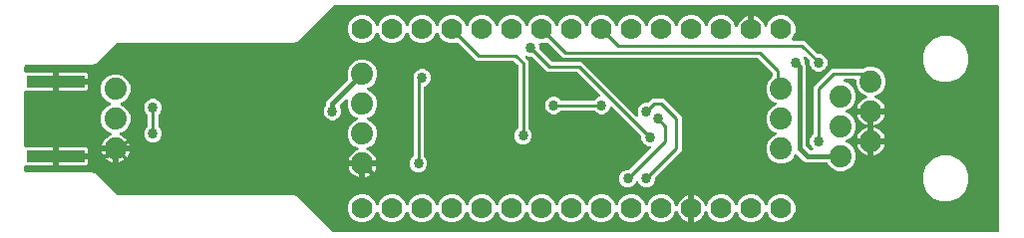
<source format=gbl>
G04 EAGLE Gerber X2 export*
G75*
%MOIN*%
%FSLAX24Y24*%
%LPD*%
%AMOC8*
5,1,8,0,0,1.08239X$1,22.5*%
G01*
%ADD10C,0.070000*%
%ADD11C,0.074000*%
%ADD12R,0.196850X0.039370*%
%ADD13C,0.031811*%
%ADD14C,0.012000*%
%ADD15C,0.010000*%
%ADD16C,0.033780*%
%ADD17C,0.016000*%

G36*
X32755Y201D02*
X32755Y201D01*
X32760Y202D01*
X32761Y202D01*
X32762Y202D01*
X32767Y204D01*
X32772Y206D01*
X32773Y206D01*
X32774Y207D01*
X32778Y210D01*
X32782Y213D01*
X32783Y214D01*
X32784Y214D01*
X32787Y218D01*
X32790Y222D01*
X32791Y223D01*
X32792Y224D01*
X32794Y228D01*
X32796Y233D01*
X32796Y234D01*
X32797Y235D01*
X32799Y247D01*
X32799Y249D01*
X32799Y250D01*
X32799Y7750D01*
X32799Y7755D01*
X32798Y7760D01*
X32798Y7761D01*
X32798Y7762D01*
X32796Y7767D01*
X32794Y7772D01*
X32794Y7773D01*
X32793Y7774D01*
X32790Y7778D01*
X32787Y7782D01*
X32786Y7783D01*
X32786Y7784D01*
X32782Y7787D01*
X32778Y7790D01*
X32777Y7791D01*
X32776Y7792D01*
X32772Y7794D01*
X32767Y7796D01*
X32766Y7796D01*
X32765Y7797D01*
X32753Y7799D01*
X32751Y7799D01*
X32750Y7799D01*
X10561Y7799D01*
X10557Y7799D01*
X10553Y7799D01*
X10551Y7798D01*
X10549Y7798D01*
X10545Y7796D01*
X10541Y7795D01*
X10539Y7794D01*
X10537Y7793D01*
X10527Y7786D01*
X10527Y7785D01*
X10526Y7785D01*
X9435Y6694D01*
X9321Y6579D01*
X9280Y6579D01*
X9276Y6579D01*
X9271Y6579D01*
X9270Y6578D01*
X9268Y6578D01*
X9264Y6576D01*
X9260Y6575D01*
X9258Y6574D01*
X9256Y6573D01*
X9246Y6566D01*
X9246Y6565D01*
X9245Y6565D01*
X9230Y6549D01*
X3311Y6549D01*
X3307Y6549D01*
X3303Y6549D01*
X3301Y6548D01*
X3299Y6548D01*
X3295Y6546D01*
X3291Y6545D01*
X3289Y6544D01*
X3287Y6543D01*
X3277Y6536D01*
X3277Y6535D01*
X3276Y6535D01*
X2685Y5944D01*
X2571Y5829D01*
X2530Y5829D01*
X2526Y5829D01*
X2521Y5829D01*
X2520Y5828D01*
X2518Y5828D01*
X2514Y5826D01*
X2510Y5825D01*
X2508Y5824D01*
X2506Y5823D01*
X2496Y5816D01*
X2496Y5815D01*
X2495Y5815D01*
X2480Y5799D01*
X250Y5799D01*
X245Y5799D01*
X240Y5798D01*
X239Y5798D01*
X238Y5798D01*
X233Y5796D01*
X228Y5794D01*
X227Y5794D01*
X226Y5793D01*
X222Y5790D01*
X218Y5787D01*
X217Y5786D01*
X216Y5786D01*
X213Y5782D01*
X210Y5778D01*
X209Y5777D01*
X208Y5776D01*
X206Y5772D01*
X204Y5767D01*
X204Y5766D01*
X203Y5765D01*
X201Y5753D01*
X201Y5751D01*
X201Y5750D01*
X201Y5597D01*
X201Y5592D01*
X202Y5587D01*
X202Y5586D01*
X202Y5585D01*
X204Y5580D01*
X206Y5575D01*
X206Y5574D01*
X207Y5573D01*
X210Y5569D01*
X213Y5565D01*
X214Y5564D01*
X214Y5563D01*
X218Y5560D01*
X222Y5557D01*
X223Y5556D01*
X224Y5555D01*
X228Y5553D01*
X233Y5551D01*
X234Y5551D01*
X235Y5550D01*
X247Y5548D01*
X249Y5548D01*
X250Y5548D01*
X1152Y5548D01*
X1152Y5298D01*
X1153Y5294D01*
X1153Y5289D01*
X1154Y5287D01*
X1154Y5286D01*
X1156Y5282D01*
X1157Y5277D01*
X1158Y5276D01*
X1158Y5275D01*
X1161Y5271D01*
X1164Y5266D01*
X1165Y5266D01*
X1166Y5265D01*
X1170Y5261D01*
X1173Y5258D01*
X1174Y5257D01*
X1175Y5257D01*
X1180Y5255D01*
X1184Y5252D01*
X1185Y5252D01*
X1187Y5251D01*
X1195Y5250D01*
X1192Y5250D01*
X1191Y5249D01*
X1189Y5249D01*
X1185Y5247D01*
X1180Y5246D01*
X1179Y5245D01*
X1178Y5245D01*
X1174Y5242D01*
X1170Y5239D01*
X1169Y5238D01*
X1168Y5237D01*
X1165Y5233D01*
X1161Y5230D01*
X1161Y5229D01*
X1160Y5228D01*
X1158Y5223D01*
X1155Y5219D01*
X1155Y5218D01*
X1155Y5216D01*
X1152Y5204D01*
X1153Y5203D01*
X1152Y5202D01*
X1152Y4952D01*
X250Y4952D01*
X245Y4952D01*
X240Y4951D01*
X239Y4951D01*
X238Y4951D01*
X233Y4949D01*
X228Y4947D01*
X227Y4947D01*
X226Y4946D01*
X222Y4943D01*
X218Y4941D01*
X217Y4940D01*
X216Y4939D01*
X213Y4935D01*
X210Y4931D01*
X209Y4930D01*
X208Y4929D01*
X206Y4925D01*
X204Y4920D01*
X204Y4919D01*
X203Y4918D01*
X201Y4906D01*
X201Y4904D01*
X201Y4903D01*
X201Y3097D01*
X201Y3092D01*
X202Y3087D01*
X202Y3086D01*
X202Y3085D01*
X204Y3080D01*
X206Y3075D01*
X206Y3074D01*
X207Y3073D01*
X210Y3069D01*
X213Y3065D01*
X214Y3064D01*
X214Y3063D01*
X218Y3060D01*
X222Y3057D01*
X223Y3056D01*
X224Y3055D01*
X228Y3053D01*
X233Y3051D01*
X234Y3051D01*
X235Y3050D01*
X247Y3048D01*
X249Y3048D01*
X250Y3048D01*
X1152Y3048D01*
X1152Y2798D01*
X1153Y2794D01*
X1153Y2789D01*
X1154Y2787D01*
X1154Y2786D01*
X1156Y2782D01*
X1157Y2777D01*
X1158Y2776D01*
X1158Y2775D01*
X1161Y2771D01*
X1164Y2766D01*
X1165Y2766D01*
X1166Y2765D01*
X1170Y2761D01*
X1173Y2758D01*
X1174Y2757D01*
X1175Y2757D01*
X1180Y2755D01*
X1184Y2752D01*
X1185Y2752D01*
X1187Y2751D01*
X1195Y2750D01*
X1192Y2750D01*
X1191Y2749D01*
X1189Y2749D01*
X1185Y2747D01*
X1180Y2746D01*
X1179Y2745D01*
X1178Y2745D01*
X1174Y2742D01*
X1170Y2739D01*
X1169Y2738D01*
X1168Y2737D01*
X1165Y2733D01*
X1161Y2730D01*
X1161Y2729D01*
X1160Y2728D01*
X1158Y2723D01*
X1155Y2719D01*
X1155Y2718D01*
X1155Y2716D01*
X1152Y2704D01*
X1153Y2703D01*
X1152Y2702D01*
X1152Y2452D01*
X250Y2452D01*
X245Y2452D01*
X240Y2451D01*
X239Y2451D01*
X238Y2451D01*
X233Y2449D01*
X228Y2447D01*
X227Y2447D01*
X226Y2446D01*
X222Y2443D01*
X218Y2441D01*
X217Y2440D01*
X216Y2439D01*
X213Y2435D01*
X210Y2431D01*
X209Y2430D01*
X208Y2429D01*
X206Y2425D01*
X204Y2420D01*
X204Y2419D01*
X203Y2418D01*
X201Y2406D01*
X201Y2404D01*
X201Y2403D01*
X201Y2250D01*
X201Y2245D01*
X202Y2240D01*
X202Y2239D01*
X202Y2238D01*
X204Y2233D01*
X206Y2228D01*
X206Y2227D01*
X207Y2226D01*
X210Y2222D01*
X213Y2218D01*
X214Y2217D01*
X214Y2216D01*
X218Y2213D01*
X222Y2210D01*
X223Y2209D01*
X224Y2208D01*
X228Y2206D01*
X233Y2204D01*
X234Y2204D01*
X235Y2203D01*
X247Y2201D01*
X249Y2201D01*
X250Y2201D01*
X2480Y2201D01*
X2495Y2185D01*
X2499Y2183D01*
X2502Y2180D01*
X2503Y2179D01*
X2505Y2178D01*
X2509Y2176D01*
X2513Y2174D01*
X2514Y2174D01*
X2516Y2173D01*
X2529Y2171D01*
X2530Y2171D01*
X2571Y2171D01*
X3276Y1465D01*
X3280Y1463D01*
X3283Y1460D01*
X3285Y1459D01*
X3286Y1458D01*
X3290Y1456D01*
X3294Y1454D01*
X3295Y1454D01*
X3298Y1453D01*
X3310Y1451D01*
X3311Y1451D01*
X9230Y1451D01*
X9245Y1435D01*
X9249Y1433D01*
X9252Y1430D01*
X9253Y1429D01*
X9255Y1428D01*
X9259Y1426D01*
X9263Y1424D01*
X9264Y1424D01*
X9266Y1423D01*
X9279Y1421D01*
X9280Y1421D01*
X9321Y1421D01*
X10526Y215D01*
X10530Y213D01*
X10533Y210D01*
X10535Y209D01*
X10536Y208D01*
X10540Y206D01*
X10544Y204D01*
X10545Y204D01*
X10548Y203D01*
X10560Y201D01*
X10561Y201D01*
X32750Y201D01*
X32755Y201D01*
G37*
%LPC*%
G36*
X20317Y1710D02*
X20317Y1710D01*
X20211Y1754D01*
X20129Y1836D01*
X20085Y1942D01*
X20085Y2058D01*
X20129Y2164D01*
X20211Y2246D01*
X20317Y2290D01*
X20403Y2290D01*
X20407Y2290D01*
X20411Y2290D01*
X20413Y2291D01*
X20415Y2291D01*
X20419Y2293D01*
X20423Y2294D01*
X20424Y2295D01*
X20427Y2296D01*
X20437Y2303D01*
X20437Y2304D01*
X20438Y2304D01*
X21135Y3001D01*
X21138Y3006D01*
X21142Y3010D01*
X21142Y3011D01*
X21145Y3016D01*
X21147Y3021D01*
X21147Y3022D01*
X21147Y3023D01*
X21148Y3028D01*
X21149Y3034D01*
X21149Y3035D01*
X21149Y3040D01*
X21148Y3046D01*
X21148Y3047D01*
X21146Y3052D01*
X21144Y3058D01*
X21144Y3059D01*
X21141Y3063D01*
X21137Y3068D01*
X21137Y3069D01*
X21132Y3073D01*
X21128Y3076D01*
X21128Y3077D01*
X21127Y3077D01*
X21122Y3080D01*
X21117Y3082D01*
X21116Y3083D01*
X21104Y3085D01*
X21101Y3085D01*
X21100Y3085D01*
X21067Y3085D01*
X20961Y3129D01*
X20879Y3211D01*
X20835Y3317D01*
X20835Y3403D01*
X20835Y3407D01*
X20835Y3411D01*
X20834Y3413D01*
X20834Y3415D01*
X20832Y3419D01*
X20831Y3423D01*
X20830Y3424D01*
X20829Y3427D01*
X20822Y3437D01*
X20821Y3437D01*
X20821Y3438D01*
X19864Y4394D01*
X19862Y4396D01*
X19861Y4397D01*
X19858Y4399D01*
X19854Y4402D01*
X19852Y4403D01*
X19851Y4404D01*
X19847Y4405D01*
X19843Y4407D01*
X19841Y4407D01*
X19839Y4408D01*
X19835Y4408D01*
X19831Y4409D01*
X19828Y4409D01*
X19826Y4409D01*
X19822Y4408D01*
X19818Y4408D01*
X19816Y4407D01*
X19814Y4406D01*
X19810Y4405D01*
X19807Y4403D01*
X19805Y4402D01*
X19803Y4401D01*
X19800Y4398D01*
X19796Y4396D01*
X19795Y4395D01*
X19793Y4393D01*
X19792Y4391D01*
X19788Y4387D01*
X19785Y4381D01*
X19784Y4378D01*
X19746Y4286D01*
X19664Y4204D01*
X19558Y4160D01*
X19442Y4160D01*
X19336Y4204D01*
X19276Y4265D01*
X19272Y4267D01*
X19269Y4270D01*
X19267Y4271D01*
X19266Y4272D01*
X19262Y4274D01*
X19258Y4276D01*
X19257Y4276D01*
X19254Y4277D01*
X19242Y4279D01*
X19241Y4279D01*
X18159Y4279D01*
X18155Y4279D01*
X18151Y4279D01*
X18149Y4278D01*
X18147Y4278D01*
X18143Y4276D01*
X18139Y4275D01*
X18138Y4274D01*
X18135Y4273D01*
X18125Y4266D01*
X18125Y4265D01*
X18124Y4265D01*
X18064Y4204D01*
X17958Y4160D01*
X17842Y4160D01*
X17736Y4204D01*
X17654Y4286D01*
X17610Y4392D01*
X17610Y4508D01*
X17654Y4614D01*
X17736Y4696D01*
X17842Y4740D01*
X17958Y4740D01*
X18064Y4696D01*
X18124Y4635D01*
X18128Y4633D01*
X18131Y4630D01*
X18133Y4629D01*
X18134Y4628D01*
X18138Y4626D01*
X18142Y4624D01*
X18143Y4624D01*
X18146Y4623D01*
X18158Y4621D01*
X18159Y4621D01*
X19241Y4621D01*
X19245Y4621D01*
X19249Y4621D01*
X19251Y4622D01*
X19253Y4622D01*
X19257Y4624D01*
X19261Y4625D01*
X19262Y4626D01*
X19265Y4627D01*
X19275Y4634D01*
X19275Y4635D01*
X19276Y4635D01*
X19336Y4696D01*
X19428Y4734D01*
X19430Y4735D01*
X19432Y4736D01*
X19436Y4738D01*
X19439Y4740D01*
X19441Y4742D01*
X19442Y4743D01*
X19445Y4746D01*
X19448Y4749D01*
X19449Y4751D01*
X19451Y4752D01*
X19452Y4756D01*
X19455Y4759D01*
X19455Y4761D01*
X19456Y4763D01*
X19457Y4767D01*
X19458Y4771D01*
X19458Y4773D01*
X19459Y4775D01*
X19458Y4780D01*
X19459Y4784D01*
X19458Y4786D01*
X19458Y4788D01*
X19457Y4792D01*
X19456Y4796D01*
X19455Y4798D01*
X19454Y4800D01*
X19453Y4802D01*
X19450Y4807D01*
X19446Y4811D01*
X19445Y4813D01*
X19444Y4814D01*
X18694Y5565D01*
X18690Y5567D01*
X18687Y5570D01*
X18685Y5571D01*
X18684Y5572D01*
X18680Y5574D01*
X18676Y5576D01*
X18675Y5576D01*
X18672Y5577D01*
X18660Y5579D01*
X18659Y5579D01*
X17679Y5579D01*
X17188Y6071D01*
X17184Y6074D01*
X17181Y6076D01*
X17179Y6077D01*
X17178Y6079D01*
X17174Y6080D01*
X17170Y6082D01*
X17169Y6082D01*
X17166Y6083D01*
X17154Y6085D01*
X17153Y6085D01*
X17067Y6085D01*
X17021Y6105D01*
X17018Y6105D01*
X17016Y6106D01*
X17012Y6107D01*
X17009Y6108D01*
X17006Y6108D01*
X17003Y6108D01*
X17000Y6108D01*
X16996Y6108D01*
X16994Y6107D01*
X16991Y6107D01*
X16988Y6106D01*
X16984Y6105D01*
X16982Y6104D01*
X16979Y6103D01*
X16976Y6101D01*
X16973Y6099D01*
X16971Y6097D01*
X16969Y6096D01*
X16967Y6093D01*
X16964Y6091D01*
X16963Y6088D01*
X16961Y6086D01*
X16959Y6083D01*
X16958Y6080D01*
X16957Y6078D01*
X16955Y6075D01*
X16955Y6072D01*
X16954Y6069D01*
X16953Y6066D01*
X16953Y6063D01*
X16953Y6060D01*
X16953Y6056D01*
X16953Y6053D01*
X16953Y6051D01*
X16955Y6047D01*
X16955Y6044D01*
X16956Y6041D01*
X16957Y6039D01*
X16959Y6037D01*
X16960Y6033D01*
X16966Y6026D01*
X16967Y6024D01*
X17046Y5946D01*
X17046Y3690D01*
X17046Y3686D01*
X17046Y3682D01*
X17047Y3680D01*
X17047Y3678D01*
X17049Y3674D01*
X17050Y3670D01*
X17051Y3669D01*
X17052Y3666D01*
X17059Y3656D01*
X17060Y3656D01*
X17121Y3595D01*
X17165Y3489D01*
X17165Y3373D01*
X17121Y3267D01*
X17039Y3186D01*
X16933Y3141D01*
X16817Y3141D01*
X16711Y3186D01*
X16629Y3267D01*
X16585Y3373D01*
X16585Y3489D01*
X16629Y3595D01*
X16690Y3656D01*
X16692Y3659D01*
X16695Y3662D01*
X16696Y3664D01*
X16697Y3665D01*
X16699Y3669D01*
X16701Y3673D01*
X16701Y3675D01*
X16702Y3677D01*
X16704Y3689D01*
X16704Y3690D01*
X16704Y5784D01*
X16704Y5788D01*
X16704Y5792D01*
X16703Y5794D01*
X16703Y5796D01*
X16701Y5800D01*
X16700Y5804D01*
X16699Y5806D01*
X16698Y5808D01*
X16691Y5818D01*
X16690Y5818D01*
X16690Y5819D01*
X16569Y5940D01*
X16565Y5942D01*
X16562Y5945D01*
X16560Y5946D01*
X16559Y5947D01*
X16555Y5949D01*
X16551Y5951D01*
X16550Y5951D01*
X16547Y5952D01*
X16535Y5954D01*
X16534Y5954D01*
X15304Y5954D01*
X15190Y6069D01*
X14713Y6546D01*
X14712Y6547D01*
X14711Y6548D01*
X14707Y6550D01*
X14703Y6553D01*
X14702Y6554D01*
X14700Y6555D01*
X14696Y6556D01*
X14692Y6558D01*
X14690Y6558D01*
X14689Y6559D01*
X14684Y6559D01*
X14679Y6560D01*
X14678Y6560D01*
X14676Y6560D01*
X14674Y6560D01*
X14667Y6559D01*
X14662Y6557D01*
X14659Y6556D01*
X14594Y6529D01*
X14406Y6529D01*
X14233Y6601D01*
X14101Y6733D01*
X14045Y6867D01*
X14043Y6872D01*
X14040Y6877D01*
X14039Y6878D01*
X14035Y6882D01*
X14032Y6886D01*
X14031Y6886D01*
X14031Y6887D01*
X14026Y6890D01*
X14021Y6893D01*
X14020Y6893D01*
X14015Y6895D01*
X14009Y6897D01*
X14008Y6897D01*
X14003Y6897D01*
X13997Y6897D01*
X13996Y6897D01*
X13990Y6896D01*
X13985Y6895D01*
X13984Y6895D01*
X13979Y6892D01*
X13974Y6890D01*
X13973Y6889D01*
X13972Y6889D01*
X13968Y6885D01*
X13964Y6882D01*
X13964Y6881D01*
X13963Y6881D01*
X13956Y6871D01*
X13955Y6868D01*
X13954Y6867D01*
X13899Y6733D01*
X13767Y6601D01*
X13594Y6529D01*
X13406Y6529D01*
X13233Y6601D01*
X13101Y6733D01*
X13045Y6867D01*
X13043Y6872D01*
X13040Y6877D01*
X13039Y6878D01*
X13035Y6882D01*
X13032Y6886D01*
X13031Y6886D01*
X13031Y6887D01*
X13026Y6890D01*
X13021Y6893D01*
X13020Y6893D01*
X13015Y6895D01*
X13009Y6897D01*
X13008Y6897D01*
X13003Y6897D01*
X12997Y6897D01*
X12996Y6897D01*
X12990Y6896D01*
X12985Y6895D01*
X12984Y6895D01*
X12979Y6892D01*
X12974Y6890D01*
X12973Y6889D01*
X12972Y6889D01*
X12968Y6885D01*
X12964Y6882D01*
X12964Y6881D01*
X12963Y6881D01*
X12956Y6871D01*
X12955Y6868D01*
X12954Y6867D01*
X12899Y6733D01*
X12767Y6601D01*
X12594Y6529D01*
X12406Y6529D01*
X12233Y6601D01*
X12101Y6733D01*
X12045Y6867D01*
X12043Y6872D01*
X12040Y6877D01*
X12039Y6878D01*
X12035Y6882D01*
X12032Y6886D01*
X12031Y6886D01*
X12031Y6887D01*
X12026Y6890D01*
X12021Y6893D01*
X12020Y6893D01*
X12015Y6895D01*
X12009Y6897D01*
X12008Y6897D01*
X12003Y6897D01*
X11997Y6897D01*
X11996Y6897D01*
X11990Y6896D01*
X11985Y6895D01*
X11984Y6895D01*
X11979Y6892D01*
X11974Y6890D01*
X11973Y6889D01*
X11972Y6889D01*
X11968Y6885D01*
X11964Y6882D01*
X11964Y6881D01*
X11963Y6881D01*
X11956Y6871D01*
X11955Y6868D01*
X11954Y6867D01*
X11899Y6733D01*
X11767Y6601D01*
X11594Y6529D01*
X11406Y6529D01*
X11233Y6601D01*
X11101Y6733D01*
X11029Y6906D01*
X11029Y7094D01*
X11101Y7267D01*
X11233Y7399D01*
X11406Y7471D01*
X11594Y7471D01*
X11767Y7399D01*
X11899Y7267D01*
X11954Y7133D01*
X11957Y7128D01*
X11960Y7123D01*
X11961Y7122D01*
X11965Y7118D01*
X11968Y7114D01*
X11969Y7114D01*
X11969Y7113D01*
X11974Y7110D01*
X11979Y7107D01*
X11980Y7107D01*
X11985Y7105D01*
X11991Y7103D01*
X11992Y7103D01*
X11997Y7103D01*
X12003Y7103D01*
X12004Y7103D01*
X12010Y7104D01*
X12015Y7105D01*
X12016Y7105D01*
X12021Y7108D01*
X12026Y7110D01*
X12027Y7111D01*
X12028Y7111D01*
X12032Y7115D01*
X12036Y7118D01*
X12036Y7119D01*
X12037Y7119D01*
X12044Y7129D01*
X12045Y7132D01*
X12045Y7133D01*
X12101Y7267D01*
X12233Y7399D01*
X12406Y7471D01*
X12594Y7471D01*
X12767Y7399D01*
X12899Y7267D01*
X12954Y7133D01*
X12957Y7128D01*
X12960Y7123D01*
X12961Y7122D01*
X12965Y7118D01*
X12968Y7114D01*
X12969Y7114D01*
X12969Y7113D01*
X12974Y7110D01*
X12979Y7107D01*
X12980Y7107D01*
X12985Y7105D01*
X12991Y7103D01*
X12992Y7103D01*
X12997Y7103D01*
X13003Y7103D01*
X13004Y7103D01*
X13010Y7104D01*
X13015Y7105D01*
X13016Y7105D01*
X13021Y7108D01*
X13026Y7110D01*
X13027Y7111D01*
X13028Y7111D01*
X13032Y7115D01*
X13036Y7118D01*
X13036Y7119D01*
X13037Y7119D01*
X13044Y7129D01*
X13045Y7132D01*
X13045Y7133D01*
X13101Y7267D01*
X13233Y7399D01*
X13406Y7471D01*
X13594Y7471D01*
X13767Y7399D01*
X13899Y7267D01*
X13954Y7133D01*
X13957Y7128D01*
X13960Y7123D01*
X13961Y7122D01*
X13965Y7118D01*
X13968Y7114D01*
X13969Y7114D01*
X13969Y7113D01*
X13974Y7110D01*
X13979Y7107D01*
X13980Y7107D01*
X13985Y7105D01*
X13991Y7103D01*
X13992Y7103D01*
X13997Y7103D01*
X14003Y7103D01*
X14004Y7103D01*
X14010Y7104D01*
X14015Y7105D01*
X14016Y7105D01*
X14021Y7108D01*
X14026Y7110D01*
X14027Y7111D01*
X14028Y7111D01*
X14032Y7115D01*
X14036Y7118D01*
X14036Y7119D01*
X14037Y7119D01*
X14044Y7129D01*
X14045Y7132D01*
X14045Y7133D01*
X14101Y7267D01*
X14233Y7399D01*
X14406Y7471D01*
X14594Y7471D01*
X14767Y7399D01*
X14899Y7267D01*
X14954Y7133D01*
X14957Y7128D01*
X14960Y7123D01*
X14961Y7122D01*
X14965Y7118D01*
X14968Y7114D01*
X14969Y7114D01*
X14969Y7113D01*
X14974Y7110D01*
X14979Y7107D01*
X14980Y7107D01*
X14985Y7105D01*
X14991Y7103D01*
X14992Y7103D01*
X14997Y7103D01*
X15003Y7103D01*
X15004Y7103D01*
X15010Y7104D01*
X15015Y7105D01*
X15016Y7105D01*
X15021Y7108D01*
X15026Y7110D01*
X15027Y7111D01*
X15028Y7111D01*
X15032Y7115D01*
X15036Y7118D01*
X15036Y7119D01*
X15037Y7119D01*
X15044Y7129D01*
X15045Y7132D01*
X15045Y7133D01*
X15101Y7267D01*
X15233Y7399D01*
X15406Y7471D01*
X15594Y7471D01*
X15767Y7399D01*
X15899Y7267D01*
X15954Y7133D01*
X15957Y7128D01*
X15960Y7123D01*
X15961Y7122D01*
X15965Y7118D01*
X15968Y7114D01*
X15969Y7114D01*
X15969Y7113D01*
X15974Y7110D01*
X15979Y7107D01*
X15980Y7107D01*
X15985Y7105D01*
X15991Y7103D01*
X15992Y7103D01*
X15997Y7103D01*
X16003Y7103D01*
X16004Y7103D01*
X16010Y7104D01*
X16015Y7105D01*
X16016Y7105D01*
X16021Y7108D01*
X16026Y7110D01*
X16027Y7111D01*
X16028Y7111D01*
X16032Y7115D01*
X16036Y7118D01*
X16036Y7119D01*
X16037Y7119D01*
X16044Y7129D01*
X16045Y7132D01*
X16045Y7133D01*
X16101Y7267D01*
X16233Y7399D01*
X16406Y7471D01*
X16594Y7471D01*
X16767Y7399D01*
X16899Y7267D01*
X16954Y7133D01*
X16957Y7128D01*
X16960Y7123D01*
X16961Y7122D01*
X16965Y7118D01*
X16968Y7114D01*
X16969Y7114D01*
X16969Y7113D01*
X16974Y7110D01*
X16979Y7107D01*
X16980Y7107D01*
X16985Y7105D01*
X16991Y7103D01*
X16992Y7103D01*
X16997Y7103D01*
X17003Y7103D01*
X17004Y7103D01*
X17010Y7104D01*
X17015Y7105D01*
X17016Y7105D01*
X17021Y7108D01*
X17026Y7110D01*
X17027Y7111D01*
X17028Y7111D01*
X17032Y7115D01*
X17036Y7118D01*
X17036Y7119D01*
X17037Y7119D01*
X17044Y7129D01*
X17045Y7132D01*
X17046Y7133D01*
X17101Y7267D01*
X17233Y7399D01*
X17406Y7471D01*
X17594Y7471D01*
X17767Y7399D01*
X17899Y7267D01*
X17954Y7133D01*
X17957Y7128D01*
X17960Y7123D01*
X17961Y7122D01*
X17965Y7118D01*
X17968Y7114D01*
X17969Y7114D01*
X17969Y7113D01*
X17974Y7110D01*
X17979Y7107D01*
X17980Y7107D01*
X17985Y7105D01*
X17991Y7103D01*
X17992Y7103D01*
X17997Y7103D01*
X18003Y7103D01*
X18004Y7103D01*
X18010Y7104D01*
X18015Y7105D01*
X18016Y7105D01*
X18021Y7108D01*
X18026Y7110D01*
X18027Y7111D01*
X18028Y7111D01*
X18032Y7115D01*
X18036Y7118D01*
X18036Y7119D01*
X18037Y7119D01*
X18044Y7129D01*
X18045Y7132D01*
X18045Y7133D01*
X18101Y7267D01*
X18233Y7399D01*
X18406Y7471D01*
X18594Y7471D01*
X18767Y7399D01*
X18899Y7267D01*
X18954Y7133D01*
X18957Y7128D01*
X18960Y7123D01*
X18961Y7122D01*
X18965Y7118D01*
X18968Y7114D01*
X18969Y7114D01*
X18969Y7113D01*
X18974Y7110D01*
X18979Y7107D01*
X18980Y7107D01*
X18985Y7105D01*
X18991Y7103D01*
X18992Y7103D01*
X18997Y7103D01*
X19003Y7103D01*
X19004Y7103D01*
X19010Y7104D01*
X19015Y7105D01*
X19016Y7105D01*
X19021Y7108D01*
X19026Y7110D01*
X19027Y7111D01*
X19028Y7111D01*
X19032Y7115D01*
X19036Y7118D01*
X19036Y7119D01*
X19037Y7119D01*
X19044Y7129D01*
X19045Y7132D01*
X19045Y7133D01*
X19101Y7267D01*
X19233Y7399D01*
X19406Y7471D01*
X19594Y7471D01*
X19767Y7399D01*
X19899Y7267D01*
X19954Y7133D01*
X19957Y7128D01*
X19960Y7123D01*
X19961Y7122D01*
X19965Y7118D01*
X19968Y7114D01*
X19969Y7114D01*
X19969Y7113D01*
X19974Y7110D01*
X19979Y7107D01*
X19980Y7107D01*
X19985Y7105D01*
X19991Y7103D01*
X19992Y7103D01*
X19997Y7103D01*
X20003Y7103D01*
X20004Y7103D01*
X20010Y7104D01*
X20015Y7105D01*
X20016Y7105D01*
X20021Y7108D01*
X20026Y7110D01*
X20027Y7111D01*
X20028Y7111D01*
X20032Y7115D01*
X20036Y7118D01*
X20036Y7119D01*
X20037Y7119D01*
X20044Y7129D01*
X20045Y7132D01*
X20045Y7133D01*
X20101Y7267D01*
X20233Y7399D01*
X20406Y7471D01*
X20594Y7471D01*
X20767Y7399D01*
X20899Y7267D01*
X20954Y7133D01*
X20957Y7128D01*
X20960Y7123D01*
X20961Y7122D01*
X20965Y7118D01*
X20968Y7114D01*
X20969Y7114D01*
X20969Y7113D01*
X20974Y7110D01*
X20979Y7107D01*
X20980Y7107D01*
X20985Y7105D01*
X20991Y7103D01*
X20992Y7103D01*
X20997Y7103D01*
X21003Y7103D01*
X21004Y7103D01*
X21010Y7104D01*
X21015Y7105D01*
X21016Y7105D01*
X21021Y7108D01*
X21026Y7110D01*
X21027Y7111D01*
X21028Y7111D01*
X21032Y7115D01*
X21036Y7118D01*
X21036Y7119D01*
X21037Y7119D01*
X21044Y7129D01*
X21045Y7132D01*
X21045Y7133D01*
X21101Y7267D01*
X21233Y7399D01*
X21406Y7471D01*
X21594Y7471D01*
X21767Y7399D01*
X21899Y7267D01*
X21954Y7133D01*
X21957Y7128D01*
X21960Y7123D01*
X21961Y7122D01*
X21965Y7118D01*
X21968Y7114D01*
X21969Y7114D01*
X21969Y7113D01*
X21974Y7110D01*
X21979Y7107D01*
X21980Y7107D01*
X21985Y7105D01*
X21991Y7103D01*
X21992Y7103D01*
X21997Y7103D01*
X22003Y7103D01*
X22004Y7103D01*
X22010Y7104D01*
X22015Y7105D01*
X22016Y7105D01*
X22021Y7108D01*
X22026Y7110D01*
X22027Y7111D01*
X22028Y7111D01*
X22032Y7115D01*
X22036Y7118D01*
X22036Y7119D01*
X22037Y7119D01*
X22044Y7129D01*
X22045Y7132D01*
X22045Y7133D01*
X22101Y7267D01*
X22233Y7399D01*
X22406Y7471D01*
X22594Y7471D01*
X22767Y7399D01*
X22899Y7267D01*
X22954Y7133D01*
X22957Y7128D01*
X22960Y7123D01*
X22961Y7122D01*
X22965Y7118D01*
X22968Y7114D01*
X22969Y7114D01*
X22969Y7113D01*
X22974Y7110D01*
X22979Y7107D01*
X22980Y7107D01*
X22985Y7105D01*
X22991Y7103D01*
X22992Y7103D01*
X22997Y7103D01*
X23003Y7103D01*
X23004Y7103D01*
X23010Y7104D01*
X23015Y7105D01*
X23016Y7105D01*
X23021Y7108D01*
X23026Y7110D01*
X23027Y7111D01*
X23028Y7111D01*
X23032Y7115D01*
X23036Y7118D01*
X23036Y7119D01*
X23037Y7119D01*
X23044Y7129D01*
X23045Y7132D01*
X23045Y7133D01*
X23101Y7267D01*
X23233Y7399D01*
X23406Y7471D01*
X23594Y7471D01*
X23767Y7399D01*
X23899Y7267D01*
X23968Y7101D01*
X23968Y7100D01*
X23969Y7099D01*
X23971Y7094D01*
X23974Y7090D01*
X23975Y7089D01*
X23975Y7088D01*
X23979Y7085D01*
X23983Y7081D01*
X23984Y7081D01*
X23985Y7080D01*
X23989Y7077D01*
X23993Y7075D01*
X23994Y7074D01*
X23996Y7074D01*
X24000Y7073D01*
X24005Y7071D01*
X24006Y7071D01*
X24008Y7071D01*
X24013Y7071D01*
X24017Y7071D01*
X24019Y7071D01*
X24020Y7071D01*
X24025Y7072D01*
X24030Y7073D01*
X24031Y7074D01*
X24032Y7074D01*
X24036Y7077D01*
X24041Y7079D01*
X24042Y7080D01*
X24043Y7080D01*
X24046Y7084D01*
X24050Y7087D01*
X24051Y7088D01*
X24052Y7089D01*
X24053Y7091D01*
X24057Y7097D01*
X24059Y7102D01*
X24060Y7105D01*
X24082Y7173D01*
X24114Y7236D01*
X24156Y7294D01*
X24206Y7344D01*
X24264Y7386D01*
X24327Y7418D01*
X24394Y7440D01*
X24402Y7441D01*
X24402Y7048D01*
X24403Y7044D01*
X24403Y7039D01*
X24404Y7037D01*
X24404Y7036D01*
X24406Y7032D01*
X24407Y7027D01*
X24408Y7026D01*
X24408Y7025D01*
X24411Y7021D01*
X24414Y7016D01*
X24415Y7016D01*
X24416Y7015D01*
X24420Y7011D01*
X24423Y7008D01*
X24424Y7007D01*
X24425Y7007D01*
X24430Y7005D01*
X24434Y7002D01*
X24435Y7002D01*
X24437Y7001D01*
X24449Y6999D01*
X24451Y6999D01*
X24452Y6999D01*
X24548Y6999D01*
X24553Y7000D01*
X24558Y7000D01*
X24559Y7001D01*
X24561Y7001D01*
X24565Y7003D01*
X24570Y7004D01*
X24571Y7005D01*
X24572Y7005D01*
X24576Y7008D01*
X24580Y7011D01*
X24581Y7012D01*
X24582Y7013D01*
X24585Y7017D01*
X24589Y7020D01*
X24589Y7021D01*
X24590Y7022D01*
X24592Y7027D01*
X24595Y7031D01*
X24595Y7032D01*
X24595Y7034D01*
X24598Y7046D01*
X24597Y7047D01*
X24598Y7048D01*
X24598Y7441D01*
X24606Y7440D01*
X24673Y7418D01*
X24736Y7386D01*
X24794Y7344D01*
X24844Y7294D01*
X24886Y7236D01*
X24918Y7173D01*
X24940Y7105D01*
X24941Y7103D01*
X24941Y7102D01*
X24943Y7098D01*
X24945Y7093D01*
X24946Y7092D01*
X24947Y7091D01*
X24950Y7088D01*
X24953Y7084D01*
X24954Y7083D01*
X24955Y7082D01*
X24959Y7079D01*
X24963Y7077D01*
X24964Y7076D01*
X24966Y7075D01*
X24970Y7074D01*
X24975Y7072D01*
X24976Y7072D01*
X24977Y7071D01*
X24982Y7071D01*
X24987Y7071D01*
X24989Y7071D01*
X24990Y7071D01*
X24995Y7072D01*
X25000Y7072D01*
X25001Y7073D01*
X25002Y7073D01*
X25006Y7075D01*
X25011Y7077D01*
X25012Y7078D01*
X25013Y7078D01*
X25017Y7081D01*
X25021Y7084D01*
X25022Y7085D01*
X25023Y7086D01*
X25024Y7088D01*
X25029Y7094D01*
X25031Y7099D01*
X25032Y7101D01*
X25101Y7267D01*
X25233Y7399D01*
X25406Y7471D01*
X25594Y7471D01*
X25767Y7399D01*
X25899Y7267D01*
X25971Y7094D01*
X25971Y6906D01*
X25899Y6733D01*
X25871Y6705D01*
X25867Y6700D01*
X25864Y6696D01*
X25863Y6696D01*
X25863Y6695D01*
X25861Y6690D01*
X25858Y6685D01*
X25858Y6684D01*
X25857Y6678D01*
X25856Y6673D01*
X25856Y6672D01*
X25856Y6671D01*
X25857Y6666D01*
X25857Y6660D01*
X25857Y6659D01*
X25859Y6654D01*
X25861Y6648D01*
X25862Y6647D01*
X25865Y6643D01*
X25868Y6638D01*
X25869Y6637D01*
X25873Y6633D01*
X25877Y6630D01*
X25878Y6629D01*
X25883Y6626D01*
X25888Y6624D01*
X25889Y6624D01*
X25889Y6623D01*
X25902Y6621D01*
X25904Y6621D01*
X25905Y6621D01*
X26271Y6621D01*
X26385Y6506D01*
X26712Y6179D01*
X26716Y6176D01*
X26719Y6174D01*
X26721Y6173D01*
X26722Y6171D01*
X26726Y6170D01*
X26730Y6168D01*
X26731Y6168D01*
X26734Y6167D01*
X26746Y6165D01*
X26747Y6165D01*
X26808Y6165D01*
X26914Y6121D01*
X26996Y6039D01*
X27040Y5933D01*
X27040Y5817D01*
X26996Y5711D01*
X26914Y5629D01*
X26808Y5585D01*
X26692Y5585D01*
X26586Y5629D01*
X26504Y5711D01*
X26460Y5817D01*
X26460Y5928D01*
X26460Y5932D01*
X26460Y5936D01*
X26459Y5938D01*
X26459Y5940D01*
X26457Y5944D01*
X26456Y5948D01*
X26455Y5949D01*
X26454Y5952D01*
X26447Y5962D01*
X26446Y5962D01*
X26446Y5963D01*
X26333Y6076D01*
X26331Y6077D01*
X26329Y6079D01*
X26326Y6081D01*
X26323Y6083D01*
X26321Y6084D01*
X26318Y6086D01*
X26315Y6087D01*
X26312Y6088D01*
X26309Y6088D01*
X26306Y6089D01*
X26303Y6089D01*
X26299Y6090D01*
X26297Y6090D01*
X26294Y6090D01*
X26291Y6089D01*
X26287Y6089D01*
X26284Y6088D01*
X26282Y6087D01*
X26279Y6086D01*
X26275Y6084D01*
X26273Y6083D01*
X26271Y6082D01*
X26268Y6079D01*
X26265Y6077D01*
X26263Y6075D01*
X26261Y6073D01*
X26259Y6070D01*
X26257Y6068D01*
X26256Y6065D01*
X26254Y6063D01*
X26253Y6060D01*
X26252Y6057D01*
X26251Y6054D01*
X26250Y6051D01*
X26250Y6048D01*
X26249Y6045D01*
X26249Y6042D01*
X26249Y6039D01*
X26249Y6037D01*
X26250Y6032D01*
X26252Y6024D01*
X26253Y6022D01*
X26290Y5933D01*
X26290Y5887D01*
X26290Y5886D01*
X26290Y5885D01*
X26290Y5883D01*
X26291Y5875D01*
X26293Y5870D01*
X26293Y5868D01*
X26326Y5790D01*
X26326Y3104D01*
X26326Y3099D01*
X26326Y3095D01*
X26327Y3093D01*
X26327Y3091D01*
X26329Y3087D01*
X26330Y3083D01*
X26331Y3082D01*
X26332Y3080D01*
X26339Y3070D01*
X26340Y3069D01*
X26444Y2965D01*
X26447Y2963D01*
X26450Y2960D01*
X26452Y2959D01*
X26454Y2958D01*
X26457Y2956D01*
X26461Y2954D01*
X26463Y2954D01*
X26465Y2953D01*
X26477Y2951D01*
X26478Y2951D01*
X26479Y2951D01*
X26521Y2951D01*
X26526Y2951D01*
X26532Y2952D01*
X26533Y2952D01*
X26538Y2954D01*
X26543Y2956D01*
X26544Y2957D01*
X26545Y2957D01*
X26549Y2960D01*
X26554Y2963D01*
X26554Y2964D01*
X26555Y2964D01*
X26558Y2969D01*
X26562Y2973D01*
X26562Y2974D01*
X26565Y2979D01*
X26567Y2984D01*
X26567Y2985D01*
X26568Y2985D01*
X26569Y2991D01*
X26570Y2996D01*
X26570Y2997D01*
X26570Y3003D01*
X26569Y3009D01*
X26569Y3010D01*
X26567Y3015D01*
X26566Y3020D01*
X26565Y3021D01*
X26565Y3022D01*
X26558Y3032D01*
X26556Y3034D01*
X26556Y3035D01*
X26504Y3086D01*
X26460Y3192D01*
X26460Y3308D01*
X26504Y3414D01*
X26565Y3474D01*
X26567Y3478D01*
X26570Y3481D01*
X26571Y3483D01*
X26572Y3484D01*
X26574Y3488D01*
X26576Y3492D01*
X26576Y3493D01*
X26577Y3496D01*
X26579Y3508D01*
X26579Y3509D01*
X26579Y5071D01*
X27065Y5556D01*
X27179Y5671D01*
X28224Y5671D01*
X28225Y5671D01*
X28227Y5671D01*
X28236Y5672D01*
X28240Y5674D01*
X28242Y5674D01*
X28402Y5741D01*
X28598Y5741D01*
X28778Y5666D01*
X28916Y5528D01*
X28991Y5348D01*
X28991Y5152D01*
X28916Y4972D01*
X28778Y4834D01*
X28659Y4785D01*
X28658Y4784D01*
X28656Y4784D01*
X28652Y4781D01*
X28648Y4778D01*
X28647Y4777D01*
X28646Y4777D01*
X28643Y4773D01*
X28639Y4770D01*
X28638Y4769D01*
X28637Y4768D01*
X28635Y4763D01*
X28633Y4759D01*
X28632Y4758D01*
X28632Y4757D01*
X28630Y4752D01*
X28629Y4747D01*
X28629Y4746D01*
X28629Y4745D01*
X28629Y4740D01*
X28629Y4735D01*
X28629Y4734D01*
X28629Y4732D01*
X28630Y4727D01*
X28631Y4723D01*
X28632Y4721D01*
X28632Y4720D01*
X28635Y4716D01*
X28637Y4712D01*
X28638Y4711D01*
X28638Y4709D01*
X28642Y4706D01*
X28645Y4702D01*
X28646Y4701D01*
X28647Y4701D01*
X28649Y4699D01*
X28655Y4695D01*
X28660Y4693D01*
X28662Y4692D01*
X28681Y4686D01*
X28747Y4653D01*
X28807Y4609D01*
X28859Y4557D01*
X28903Y4497D01*
X28936Y4431D01*
X28959Y4360D01*
X28961Y4349D01*
X28550Y4349D01*
X28545Y4349D01*
X28540Y4348D01*
X28539Y4348D01*
X28538Y4348D01*
X28533Y4346D01*
X28528Y4344D01*
X28527Y4344D01*
X28526Y4343D01*
X28522Y4340D01*
X28518Y4337D01*
X28517Y4336D01*
X28516Y4336D01*
X28513Y4332D01*
X28510Y4328D01*
X28509Y4327D01*
X28508Y4326D01*
X28506Y4322D01*
X28504Y4317D01*
X28504Y4316D01*
X28503Y4315D01*
X28501Y4303D01*
X28501Y4301D01*
X28501Y4300D01*
X28501Y4249D01*
X28499Y4249D01*
X28499Y4300D01*
X28499Y4305D01*
X28498Y4310D01*
X28498Y4311D01*
X28498Y4312D01*
X28496Y4317D01*
X28494Y4322D01*
X28494Y4323D01*
X28493Y4324D01*
X28490Y4328D01*
X28487Y4332D01*
X28486Y4333D01*
X28486Y4334D01*
X28482Y4337D01*
X28478Y4340D01*
X28477Y4341D01*
X28476Y4342D01*
X28472Y4344D01*
X28467Y4346D01*
X28466Y4346D01*
X28465Y4347D01*
X28453Y4349D01*
X28451Y4349D01*
X28450Y4349D01*
X28039Y4349D01*
X28041Y4360D01*
X28064Y4431D01*
X28097Y4497D01*
X28141Y4557D01*
X28193Y4609D01*
X28253Y4653D01*
X28319Y4686D01*
X28338Y4692D01*
X28339Y4693D01*
X28340Y4693D01*
X28344Y4695D01*
X28349Y4698D01*
X28350Y4698D01*
X28351Y4699D01*
X28355Y4702D01*
X28358Y4705D01*
X28359Y4707D01*
X28360Y4707D01*
X28363Y4712D01*
X28366Y4716D01*
X28366Y4717D01*
X28367Y4718D01*
X28368Y4723D01*
X28370Y4727D01*
X28370Y4728D01*
X28371Y4730D01*
X28371Y4735D01*
X28372Y4739D01*
X28371Y4741D01*
X28372Y4742D01*
X28371Y4747D01*
X28370Y4752D01*
X28370Y4753D01*
X28369Y4754D01*
X28367Y4759D01*
X28365Y4763D01*
X28365Y4764D01*
X28364Y4766D01*
X28361Y4769D01*
X28358Y4773D01*
X28357Y4774D01*
X28356Y4775D01*
X28354Y4776D01*
X28348Y4781D01*
X28343Y4783D01*
X28341Y4785D01*
X28222Y4834D01*
X28084Y4972D01*
X28009Y5152D01*
X28009Y5280D01*
X28009Y5285D01*
X28008Y5290D01*
X28008Y5291D01*
X28008Y5292D01*
X28006Y5297D01*
X28004Y5302D01*
X28004Y5303D01*
X28003Y5304D01*
X28000Y5308D01*
X27997Y5312D01*
X27996Y5313D01*
X27996Y5314D01*
X27992Y5317D01*
X27988Y5320D01*
X27987Y5321D01*
X27986Y5322D01*
X27982Y5324D01*
X27977Y5326D01*
X27976Y5326D01*
X27975Y5327D01*
X27963Y5329D01*
X27961Y5329D01*
X27960Y5329D01*
X27632Y5329D01*
X27629Y5329D01*
X27626Y5329D01*
X27623Y5328D01*
X27619Y5328D01*
X27617Y5327D01*
X27614Y5326D01*
X27611Y5324D01*
X27608Y5323D01*
X27605Y5321D01*
X27603Y5320D01*
X27600Y5318D01*
X27598Y5316D01*
X27596Y5314D01*
X27594Y5312D01*
X27592Y5309D01*
X27590Y5306D01*
X27589Y5304D01*
X27587Y5301D01*
X27586Y5298D01*
X27585Y5295D01*
X27584Y5292D01*
X27583Y5289D01*
X27583Y5286D01*
X27582Y5283D01*
X27583Y5280D01*
X27582Y5277D01*
X27583Y5274D01*
X27583Y5270D01*
X27584Y5268D01*
X27585Y5265D01*
X27586Y5262D01*
X27587Y5258D01*
X27589Y5256D01*
X27590Y5254D01*
X27592Y5251D01*
X27594Y5248D01*
X27596Y5246D01*
X27598Y5244D01*
X27600Y5243D01*
X27603Y5240D01*
X27611Y5236D01*
X27613Y5234D01*
X27778Y5166D01*
X27916Y5028D01*
X27991Y4848D01*
X27991Y4652D01*
X27916Y4472D01*
X27778Y4334D01*
X27685Y4295D01*
X27680Y4293D01*
X27675Y4290D01*
X27674Y4289D01*
X27670Y4285D01*
X27666Y4282D01*
X27666Y4281D01*
X27665Y4281D01*
X27663Y4276D01*
X27660Y4271D01*
X27659Y4271D01*
X27659Y4270D01*
X27657Y4265D01*
X27656Y4259D01*
X27655Y4258D01*
X27655Y4253D01*
X27655Y4247D01*
X27655Y4246D01*
X27656Y4240D01*
X27657Y4235D01*
X27657Y4234D01*
X27658Y4234D01*
X27660Y4229D01*
X27662Y4224D01*
X27663Y4223D01*
X27663Y4222D01*
X27667Y4218D01*
X27670Y4214D01*
X27671Y4214D01*
X27671Y4213D01*
X27682Y4206D01*
X27684Y4205D01*
X27685Y4204D01*
X27778Y4166D01*
X27916Y4028D01*
X27991Y3848D01*
X27991Y3652D01*
X27916Y3472D01*
X27778Y3334D01*
X27685Y3296D01*
X27680Y3293D01*
X27675Y3290D01*
X27674Y3289D01*
X27670Y3285D01*
X27666Y3282D01*
X27666Y3281D01*
X27665Y3281D01*
X27663Y3276D01*
X27660Y3271D01*
X27659Y3271D01*
X27659Y3270D01*
X27657Y3265D01*
X27656Y3259D01*
X27655Y3258D01*
X27655Y3253D01*
X27655Y3247D01*
X27655Y3246D01*
X27656Y3240D01*
X27657Y3235D01*
X27657Y3234D01*
X27658Y3234D01*
X27660Y3229D01*
X27662Y3224D01*
X27663Y3223D01*
X27663Y3222D01*
X27667Y3218D01*
X27670Y3214D01*
X27671Y3214D01*
X27671Y3213D01*
X27682Y3206D01*
X27684Y3205D01*
X27685Y3204D01*
X27778Y3166D01*
X27916Y3028D01*
X27991Y2848D01*
X27991Y2652D01*
X27916Y2472D01*
X27778Y2334D01*
X27598Y2259D01*
X27402Y2259D01*
X27222Y2334D01*
X27084Y2472D01*
X27065Y2519D01*
X27064Y2520D01*
X27063Y2522D01*
X27061Y2526D01*
X27058Y2530D01*
X27057Y2531D01*
X27057Y2532D01*
X27053Y2535D01*
X27050Y2539D01*
X27048Y2539D01*
X27047Y2540D01*
X27043Y2543D01*
X27039Y2545D01*
X27038Y2545D01*
X27036Y2546D01*
X27034Y2547D01*
X27027Y2549D01*
X27022Y2549D01*
X27019Y2549D01*
X26335Y2549D01*
X26261Y2580D01*
X26028Y2813D01*
X26026Y2815D01*
X26024Y2816D01*
X26021Y2819D01*
X26018Y2821D01*
X26016Y2822D01*
X26014Y2823D01*
X26010Y2824D01*
X26006Y2826D01*
X26004Y2826D01*
X26002Y2827D01*
X25998Y2827D01*
X25994Y2828D01*
X25992Y2828D01*
X25990Y2828D01*
X25986Y2827D01*
X25982Y2827D01*
X25980Y2826D01*
X25978Y2825D01*
X25974Y2824D01*
X25970Y2822D01*
X25968Y2821D01*
X25966Y2820D01*
X25963Y2818D01*
X25960Y2815D01*
X25958Y2814D01*
X25957Y2812D01*
X25955Y2810D01*
X25952Y2806D01*
X25949Y2800D01*
X25947Y2797D01*
X25916Y2722D01*
X25778Y2584D01*
X25598Y2509D01*
X25402Y2509D01*
X25222Y2584D01*
X25084Y2722D01*
X25009Y2902D01*
X25009Y3098D01*
X25084Y3278D01*
X25222Y3416D01*
X25315Y3454D01*
X25320Y3457D01*
X25325Y3460D01*
X25326Y3461D01*
X25330Y3465D01*
X25334Y3468D01*
X25334Y3469D01*
X25335Y3469D01*
X25337Y3474D01*
X25340Y3479D01*
X25341Y3479D01*
X25341Y3480D01*
X25343Y3485D01*
X25344Y3491D01*
X25345Y3492D01*
X25345Y3497D01*
X25345Y3503D01*
X25345Y3504D01*
X25344Y3510D01*
X25343Y3515D01*
X25343Y3516D01*
X25342Y3516D01*
X25340Y3521D01*
X25338Y3526D01*
X25337Y3527D01*
X25337Y3528D01*
X25333Y3532D01*
X25330Y3536D01*
X25329Y3536D01*
X25329Y3537D01*
X25324Y3540D01*
X25323Y3541D01*
X25322Y3541D01*
X25318Y3544D01*
X25316Y3545D01*
X25315Y3545D01*
X25222Y3584D01*
X25084Y3722D01*
X25009Y3902D01*
X25009Y4098D01*
X25084Y4278D01*
X25222Y4416D01*
X25315Y4454D01*
X25320Y4457D01*
X25325Y4460D01*
X25326Y4461D01*
X25330Y4465D01*
X25334Y4468D01*
X25334Y4469D01*
X25335Y4469D01*
X25337Y4474D01*
X25340Y4479D01*
X25341Y4479D01*
X25341Y4480D01*
X25343Y4485D01*
X25344Y4491D01*
X25345Y4492D01*
X25345Y4497D01*
X25345Y4503D01*
X25345Y4504D01*
X25344Y4510D01*
X25343Y4515D01*
X25343Y4516D01*
X25342Y4516D01*
X25340Y4521D01*
X25338Y4526D01*
X25337Y4527D01*
X25337Y4528D01*
X25333Y4532D01*
X25330Y4536D01*
X25329Y4536D01*
X25329Y4537D01*
X25318Y4544D01*
X25316Y4545D01*
X25315Y4545D01*
X25222Y4584D01*
X25084Y4722D01*
X25009Y4902D01*
X25009Y5098D01*
X25084Y5278D01*
X25190Y5384D01*
X25192Y5387D01*
X25195Y5390D01*
X25196Y5392D01*
X25197Y5394D01*
X25199Y5398D01*
X25201Y5401D01*
X25201Y5403D01*
X25202Y5405D01*
X25204Y5417D01*
X25204Y5418D01*
X25204Y5419D01*
X25204Y5534D01*
X25204Y5538D01*
X25204Y5542D01*
X25203Y5544D01*
X25203Y5546D01*
X25201Y5550D01*
X25200Y5554D01*
X25199Y5556D01*
X25198Y5558D01*
X25191Y5568D01*
X25190Y5568D01*
X25190Y5569D01*
X24744Y6015D01*
X24740Y6017D01*
X24737Y6020D01*
X24735Y6021D01*
X24734Y6022D01*
X24730Y6024D01*
X24726Y6026D01*
X24725Y6026D01*
X24722Y6027D01*
X24710Y6029D01*
X24709Y6029D01*
X18229Y6029D01*
X18115Y6144D01*
X17713Y6546D01*
X17712Y6547D01*
X17711Y6548D01*
X17707Y6550D01*
X17703Y6553D01*
X17702Y6554D01*
X17700Y6555D01*
X17696Y6556D01*
X17692Y6558D01*
X17690Y6558D01*
X17689Y6559D01*
X17684Y6559D01*
X17679Y6560D01*
X17678Y6560D01*
X17676Y6560D01*
X17674Y6560D01*
X17667Y6559D01*
X17662Y6557D01*
X17659Y6556D01*
X17594Y6529D01*
X17448Y6529D01*
X17446Y6529D01*
X17444Y6529D01*
X17440Y6528D01*
X17436Y6528D01*
X17434Y6527D01*
X17432Y6526D01*
X17428Y6525D01*
X17424Y6523D01*
X17423Y6522D01*
X17421Y6521D01*
X17418Y6518D01*
X17414Y6516D01*
X17413Y6514D01*
X17411Y6513D01*
X17409Y6509D01*
X17407Y6506D01*
X17406Y6504D01*
X17404Y6502D01*
X17403Y6499D01*
X17401Y6495D01*
X17401Y6493D01*
X17400Y6491D01*
X17400Y6487D01*
X17399Y6483D01*
X17399Y6480D01*
X17399Y6478D01*
X17400Y6476D01*
X17400Y6470D01*
X17402Y6464D01*
X17403Y6461D01*
X17415Y6433D01*
X17415Y6347D01*
X17415Y6343D01*
X17415Y6339D01*
X17416Y6337D01*
X17416Y6335D01*
X17418Y6331D01*
X17419Y6327D01*
X17420Y6326D01*
X17421Y6323D01*
X17428Y6313D01*
X17429Y6313D01*
X17429Y6312D01*
X17806Y5935D01*
X17810Y5933D01*
X17813Y5930D01*
X17815Y5929D01*
X17816Y5928D01*
X17820Y5926D01*
X17824Y5924D01*
X17825Y5924D01*
X17828Y5923D01*
X17840Y5921D01*
X17841Y5921D01*
X18821Y5921D01*
X20649Y4092D01*
X20652Y4090D01*
X20653Y4088D01*
X20656Y4087D01*
X20659Y4085D01*
X20662Y4083D01*
X20664Y4082D01*
X20667Y4081D01*
X20671Y4080D01*
X20673Y4079D01*
X20676Y4078D01*
X20679Y4078D01*
X20683Y4078D01*
X20686Y4078D01*
X20688Y4078D01*
X20692Y4079D01*
X20695Y4079D01*
X20698Y4080D01*
X20701Y4081D01*
X20704Y4082D01*
X20707Y4083D01*
X20709Y4085D01*
X20712Y4086D01*
X20714Y4088D01*
X20717Y4090D01*
X20719Y4093D01*
X20721Y4094D01*
X20723Y4097D01*
X20725Y4100D01*
X20726Y4102D01*
X20728Y4105D01*
X20729Y4108D01*
X20731Y4111D01*
X20731Y4114D01*
X20732Y4116D01*
X20733Y4120D01*
X20733Y4123D01*
X20733Y4126D01*
X20733Y4129D01*
X20733Y4131D01*
X20733Y4136D01*
X20730Y4144D01*
X20730Y4146D01*
X20710Y4192D01*
X20710Y4308D01*
X20754Y4414D01*
X20836Y4496D01*
X20942Y4540D01*
X21028Y4540D01*
X21032Y4540D01*
X21036Y4540D01*
X21038Y4541D01*
X21040Y4541D01*
X21044Y4543D01*
X21048Y4544D01*
X21049Y4545D01*
X21052Y4546D01*
X21062Y4553D01*
X21062Y4554D01*
X21063Y4554D01*
X21179Y4671D01*
X21571Y4671D01*
X22171Y4071D01*
X22171Y2929D01*
X21304Y2063D01*
X21301Y2059D01*
X21299Y2056D01*
X21298Y2054D01*
X21296Y2053D01*
X21295Y2049D01*
X21293Y2045D01*
X21293Y2044D01*
X21292Y2041D01*
X21290Y2029D01*
X21290Y2028D01*
X21290Y1942D01*
X21246Y1836D01*
X21164Y1754D01*
X21058Y1710D01*
X20942Y1710D01*
X20836Y1754D01*
X20754Y1836D01*
X20733Y1888D01*
X20730Y1893D01*
X20728Y1897D01*
X20727Y1898D01*
X20727Y1899D01*
X20723Y1903D01*
X20719Y1907D01*
X20718Y1907D01*
X20713Y1910D01*
X20709Y1913D01*
X20708Y1914D01*
X20702Y1915D01*
X20697Y1917D01*
X20696Y1917D01*
X20690Y1918D01*
X20685Y1918D01*
X20684Y1918D01*
X20683Y1918D01*
X20678Y1917D01*
X20672Y1916D01*
X20672Y1915D01*
X20671Y1915D01*
X20666Y1913D01*
X20661Y1910D01*
X20660Y1910D01*
X20656Y1906D01*
X20651Y1902D01*
X20644Y1891D01*
X20643Y1889D01*
X20642Y1888D01*
X20621Y1836D01*
X20539Y1754D01*
X20433Y1710D01*
X20317Y1710D01*
G37*
%LPD*%
%LPC*%
G36*
X11406Y529D02*
X11406Y529D01*
X11233Y601D01*
X11101Y733D01*
X11029Y906D01*
X11029Y1094D01*
X11101Y1267D01*
X11233Y1399D01*
X11406Y1471D01*
X11594Y1471D01*
X11767Y1399D01*
X11899Y1267D01*
X11954Y1133D01*
X11957Y1128D01*
X11960Y1123D01*
X11961Y1122D01*
X11965Y1118D01*
X11968Y1114D01*
X11969Y1114D01*
X11969Y1113D01*
X11974Y1110D01*
X11979Y1107D01*
X11980Y1107D01*
X11985Y1105D01*
X11991Y1103D01*
X11992Y1103D01*
X11997Y1103D01*
X12003Y1103D01*
X12004Y1103D01*
X12010Y1104D01*
X12015Y1105D01*
X12016Y1105D01*
X12021Y1108D01*
X12026Y1110D01*
X12027Y1111D01*
X12028Y1111D01*
X12032Y1115D01*
X12036Y1118D01*
X12036Y1119D01*
X12037Y1119D01*
X12044Y1129D01*
X12045Y1132D01*
X12045Y1133D01*
X12101Y1267D01*
X12233Y1399D01*
X12406Y1471D01*
X12594Y1471D01*
X12767Y1399D01*
X12899Y1267D01*
X12954Y1133D01*
X12957Y1128D01*
X12960Y1123D01*
X12961Y1122D01*
X12965Y1118D01*
X12968Y1114D01*
X12969Y1114D01*
X12969Y1113D01*
X12974Y1110D01*
X12979Y1107D01*
X12980Y1107D01*
X12985Y1105D01*
X12991Y1103D01*
X12992Y1103D01*
X12997Y1103D01*
X13003Y1103D01*
X13004Y1103D01*
X13010Y1104D01*
X13015Y1105D01*
X13016Y1105D01*
X13021Y1108D01*
X13026Y1110D01*
X13027Y1111D01*
X13028Y1111D01*
X13032Y1115D01*
X13036Y1118D01*
X13036Y1119D01*
X13037Y1119D01*
X13044Y1129D01*
X13045Y1132D01*
X13045Y1133D01*
X13101Y1267D01*
X13233Y1399D01*
X13406Y1471D01*
X13594Y1471D01*
X13767Y1399D01*
X13899Y1267D01*
X13954Y1133D01*
X13957Y1128D01*
X13960Y1123D01*
X13961Y1122D01*
X13965Y1118D01*
X13968Y1114D01*
X13969Y1114D01*
X13969Y1113D01*
X13974Y1110D01*
X13979Y1107D01*
X13980Y1107D01*
X13985Y1105D01*
X13991Y1103D01*
X13992Y1103D01*
X13997Y1103D01*
X14003Y1103D01*
X14004Y1103D01*
X14010Y1104D01*
X14015Y1105D01*
X14016Y1105D01*
X14021Y1108D01*
X14026Y1110D01*
X14027Y1111D01*
X14028Y1111D01*
X14032Y1115D01*
X14036Y1118D01*
X14036Y1119D01*
X14037Y1119D01*
X14044Y1129D01*
X14045Y1132D01*
X14045Y1133D01*
X14101Y1267D01*
X14233Y1399D01*
X14406Y1471D01*
X14594Y1471D01*
X14767Y1399D01*
X14899Y1267D01*
X14954Y1133D01*
X14957Y1128D01*
X14960Y1123D01*
X14961Y1122D01*
X14965Y1118D01*
X14968Y1114D01*
X14969Y1114D01*
X14969Y1113D01*
X14974Y1110D01*
X14979Y1107D01*
X14980Y1107D01*
X14985Y1105D01*
X14991Y1103D01*
X14992Y1103D01*
X14997Y1103D01*
X15003Y1103D01*
X15004Y1103D01*
X15010Y1104D01*
X15015Y1105D01*
X15016Y1105D01*
X15021Y1108D01*
X15026Y1110D01*
X15027Y1111D01*
X15028Y1111D01*
X15032Y1115D01*
X15036Y1118D01*
X15036Y1119D01*
X15037Y1119D01*
X15044Y1129D01*
X15045Y1132D01*
X15045Y1133D01*
X15101Y1267D01*
X15233Y1399D01*
X15406Y1471D01*
X15594Y1471D01*
X15767Y1399D01*
X15899Y1267D01*
X15954Y1133D01*
X15957Y1128D01*
X15960Y1123D01*
X15961Y1122D01*
X15965Y1118D01*
X15968Y1114D01*
X15969Y1114D01*
X15969Y1113D01*
X15974Y1110D01*
X15979Y1107D01*
X15980Y1107D01*
X15985Y1105D01*
X15991Y1103D01*
X15992Y1103D01*
X15997Y1103D01*
X16003Y1103D01*
X16004Y1103D01*
X16010Y1104D01*
X16015Y1105D01*
X16016Y1105D01*
X16021Y1108D01*
X16026Y1110D01*
X16027Y1111D01*
X16028Y1111D01*
X16032Y1115D01*
X16036Y1118D01*
X16036Y1119D01*
X16037Y1119D01*
X16044Y1129D01*
X16045Y1132D01*
X16045Y1133D01*
X16101Y1267D01*
X16233Y1399D01*
X16406Y1471D01*
X16594Y1471D01*
X16767Y1399D01*
X16899Y1267D01*
X16954Y1133D01*
X16957Y1128D01*
X16960Y1123D01*
X16961Y1122D01*
X16965Y1118D01*
X16968Y1114D01*
X16969Y1114D01*
X16969Y1113D01*
X16974Y1110D01*
X16979Y1107D01*
X16980Y1107D01*
X16985Y1105D01*
X16991Y1103D01*
X16992Y1103D01*
X16997Y1103D01*
X17003Y1103D01*
X17004Y1103D01*
X17010Y1104D01*
X17015Y1105D01*
X17016Y1105D01*
X17021Y1108D01*
X17026Y1110D01*
X17027Y1111D01*
X17028Y1111D01*
X17032Y1115D01*
X17036Y1118D01*
X17036Y1119D01*
X17037Y1119D01*
X17044Y1129D01*
X17045Y1132D01*
X17045Y1133D01*
X17101Y1267D01*
X17233Y1399D01*
X17406Y1471D01*
X17594Y1471D01*
X17767Y1399D01*
X17899Y1267D01*
X17954Y1133D01*
X17957Y1128D01*
X17960Y1123D01*
X17961Y1122D01*
X17965Y1118D01*
X17968Y1114D01*
X17969Y1114D01*
X17969Y1113D01*
X17974Y1110D01*
X17979Y1107D01*
X17980Y1107D01*
X17985Y1105D01*
X17991Y1103D01*
X17992Y1103D01*
X17997Y1103D01*
X18003Y1103D01*
X18004Y1103D01*
X18010Y1104D01*
X18015Y1105D01*
X18016Y1105D01*
X18021Y1108D01*
X18026Y1110D01*
X18027Y1111D01*
X18028Y1111D01*
X18032Y1115D01*
X18036Y1118D01*
X18036Y1119D01*
X18037Y1119D01*
X18044Y1129D01*
X18045Y1132D01*
X18045Y1133D01*
X18101Y1267D01*
X18233Y1399D01*
X18406Y1471D01*
X18594Y1471D01*
X18767Y1399D01*
X18899Y1267D01*
X18954Y1133D01*
X18957Y1128D01*
X18960Y1123D01*
X18961Y1122D01*
X18965Y1118D01*
X18968Y1114D01*
X18969Y1114D01*
X18969Y1113D01*
X18974Y1110D01*
X18979Y1107D01*
X18980Y1107D01*
X18985Y1105D01*
X18991Y1103D01*
X18992Y1103D01*
X18997Y1103D01*
X19003Y1103D01*
X19004Y1103D01*
X19010Y1104D01*
X19015Y1105D01*
X19016Y1105D01*
X19021Y1108D01*
X19026Y1110D01*
X19027Y1111D01*
X19028Y1111D01*
X19032Y1115D01*
X19036Y1118D01*
X19036Y1119D01*
X19037Y1119D01*
X19044Y1129D01*
X19045Y1132D01*
X19045Y1133D01*
X19101Y1267D01*
X19233Y1399D01*
X19406Y1471D01*
X19594Y1471D01*
X19767Y1399D01*
X19899Y1267D01*
X19954Y1133D01*
X19957Y1128D01*
X19960Y1123D01*
X19961Y1122D01*
X19965Y1118D01*
X19968Y1114D01*
X19969Y1114D01*
X19969Y1113D01*
X19974Y1110D01*
X19979Y1107D01*
X19980Y1107D01*
X19985Y1105D01*
X19991Y1103D01*
X19992Y1103D01*
X19997Y1103D01*
X20003Y1103D01*
X20004Y1103D01*
X20010Y1104D01*
X20015Y1105D01*
X20016Y1105D01*
X20021Y1108D01*
X20026Y1110D01*
X20027Y1111D01*
X20028Y1111D01*
X20032Y1115D01*
X20036Y1118D01*
X20036Y1119D01*
X20037Y1119D01*
X20044Y1129D01*
X20045Y1132D01*
X20045Y1133D01*
X20101Y1267D01*
X20233Y1399D01*
X20406Y1471D01*
X20594Y1471D01*
X20767Y1399D01*
X20899Y1267D01*
X20954Y1133D01*
X20957Y1128D01*
X20960Y1123D01*
X20961Y1122D01*
X20965Y1118D01*
X20968Y1114D01*
X20969Y1114D01*
X20969Y1113D01*
X20974Y1110D01*
X20979Y1107D01*
X20980Y1107D01*
X20985Y1105D01*
X20991Y1103D01*
X20992Y1103D01*
X20997Y1103D01*
X21003Y1103D01*
X21004Y1103D01*
X21010Y1104D01*
X21015Y1105D01*
X21016Y1105D01*
X21021Y1108D01*
X21026Y1110D01*
X21027Y1111D01*
X21028Y1111D01*
X21032Y1115D01*
X21036Y1118D01*
X21036Y1119D01*
X21037Y1119D01*
X21044Y1129D01*
X21045Y1132D01*
X21045Y1133D01*
X21101Y1267D01*
X21233Y1399D01*
X21406Y1471D01*
X21594Y1471D01*
X21767Y1399D01*
X21899Y1267D01*
X21968Y1101D01*
X21968Y1100D01*
X21969Y1099D01*
X21971Y1094D01*
X21974Y1090D01*
X21975Y1089D01*
X21975Y1088D01*
X21979Y1085D01*
X21983Y1081D01*
X21984Y1081D01*
X21985Y1080D01*
X21989Y1077D01*
X21993Y1075D01*
X21994Y1074D01*
X21996Y1074D01*
X22000Y1073D01*
X22005Y1071D01*
X22006Y1071D01*
X22008Y1071D01*
X22013Y1071D01*
X22017Y1071D01*
X22019Y1071D01*
X22020Y1071D01*
X22025Y1072D01*
X22030Y1073D01*
X22031Y1074D01*
X22032Y1074D01*
X22036Y1077D01*
X22041Y1079D01*
X22042Y1080D01*
X22043Y1080D01*
X22046Y1084D01*
X22050Y1087D01*
X22051Y1088D01*
X22052Y1089D01*
X22053Y1091D01*
X22057Y1097D01*
X22059Y1102D01*
X22060Y1105D01*
X22082Y1173D01*
X22114Y1236D01*
X22156Y1294D01*
X22206Y1344D01*
X22264Y1386D01*
X22327Y1418D01*
X22394Y1440D01*
X22402Y1441D01*
X22402Y1048D01*
X22403Y1044D01*
X22403Y1039D01*
X22404Y1037D01*
X22404Y1036D01*
X22406Y1032D01*
X22407Y1027D01*
X22408Y1026D01*
X22408Y1025D01*
X22411Y1021D01*
X22414Y1016D01*
X22415Y1016D01*
X22416Y1015D01*
X22420Y1011D01*
X22423Y1008D01*
X22424Y1007D01*
X22425Y1007D01*
X22430Y1005D01*
X22434Y1002D01*
X22435Y1002D01*
X22437Y1001D01*
X22445Y1000D01*
X22442Y1000D01*
X22441Y999D01*
X22439Y999D01*
X22435Y997D01*
X22430Y996D01*
X22429Y995D01*
X22428Y995D01*
X22424Y992D01*
X22420Y989D01*
X22419Y988D01*
X22418Y987D01*
X22415Y983D01*
X22411Y980D01*
X22411Y979D01*
X22410Y978D01*
X22408Y973D01*
X22405Y969D01*
X22405Y968D01*
X22405Y966D01*
X22402Y954D01*
X22403Y953D01*
X22402Y952D01*
X22402Y559D01*
X22394Y560D01*
X22327Y582D01*
X22264Y614D01*
X22206Y656D01*
X22156Y706D01*
X22114Y764D01*
X22082Y827D01*
X22060Y895D01*
X22059Y897D01*
X22059Y898D01*
X22057Y902D01*
X22055Y907D01*
X22054Y908D01*
X22053Y909D01*
X22050Y912D01*
X22047Y916D01*
X22046Y917D01*
X22045Y918D01*
X22041Y921D01*
X22037Y923D01*
X22036Y924D01*
X22034Y925D01*
X22030Y926D01*
X22025Y928D01*
X22024Y928D01*
X22023Y929D01*
X22018Y929D01*
X22013Y929D01*
X22011Y929D01*
X22010Y929D01*
X22005Y928D01*
X22000Y928D01*
X21999Y927D01*
X21998Y927D01*
X21994Y925D01*
X21989Y923D01*
X21988Y922D01*
X21987Y922D01*
X21983Y919D01*
X21979Y916D01*
X21978Y915D01*
X21977Y914D01*
X21976Y912D01*
X21971Y906D01*
X21969Y901D01*
X21968Y899D01*
X21899Y733D01*
X21767Y601D01*
X21594Y529D01*
X21406Y529D01*
X21233Y601D01*
X21101Y733D01*
X21045Y867D01*
X21043Y872D01*
X21040Y877D01*
X21039Y878D01*
X21035Y882D01*
X21032Y886D01*
X21031Y886D01*
X21031Y887D01*
X21026Y890D01*
X21021Y893D01*
X21020Y893D01*
X21015Y895D01*
X21009Y897D01*
X21008Y897D01*
X21003Y897D01*
X20997Y897D01*
X20996Y897D01*
X20990Y896D01*
X20985Y895D01*
X20984Y895D01*
X20979Y892D01*
X20974Y890D01*
X20973Y889D01*
X20972Y889D01*
X20968Y885D01*
X20964Y882D01*
X20964Y881D01*
X20963Y881D01*
X20956Y871D01*
X20955Y868D01*
X20954Y867D01*
X20899Y733D01*
X20767Y601D01*
X20594Y529D01*
X20406Y529D01*
X20233Y601D01*
X20101Y733D01*
X20045Y867D01*
X20043Y872D01*
X20040Y877D01*
X20039Y878D01*
X20035Y882D01*
X20032Y886D01*
X20031Y886D01*
X20031Y887D01*
X20026Y890D01*
X20021Y893D01*
X20020Y893D01*
X20015Y895D01*
X20009Y897D01*
X20008Y897D01*
X20003Y897D01*
X19997Y897D01*
X19996Y897D01*
X19990Y896D01*
X19985Y895D01*
X19984Y895D01*
X19979Y892D01*
X19974Y890D01*
X19973Y889D01*
X19972Y889D01*
X19968Y885D01*
X19964Y882D01*
X19964Y881D01*
X19963Y881D01*
X19956Y871D01*
X19955Y868D01*
X19954Y867D01*
X19899Y733D01*
X19767Y601D01*
X19594Y529D01*
X19406Y529D01*
X19233Y601D01*
X19101Y733D01*
X19045Y867D01*
X19043Y872D01*
X19040Y877D01*
X19039Y878D01*
X19035Y882D01*
X19032Y886D01*
X19031Y886D01*
X19031Y887D01*
X19026Y890D01*
X19021Y893D01*
X19020Y893D01*
X19015Y895D01*
X19009Y897D01*
X19008Y897D01*
X19003Y897D01*
X18997Y897D01*
X18996Y897D01*
X18990Y896D01*
X18985Y895D01*
X18984Y895D01*
X18979Y892D01*
X18974Y890D01*
X18973Y889D01*
X18972Y889D01*
X18968Y885D01*
X18964Y882D01*
X18964Y881D01*
X18963Y881D01*
X18956Y871D01*
X18955Y868D01*
X18954Y867D01*
X18899Y733D01*
X18767Y601D01*
X18594Y529D01*
X18406Y529D01*
X18233Y601D01*
X18101Y733D01*
X18045Y867D01*
X18043Y872D01*
X18040Y877D01*
X18039Y878D01*
X18035Y882D01*
X18032Y886D01*
X18031Y886D01*
X18031Y887D01*
X18026Y890D01*
X18021Y893D01*
X18020Y893D01*
X18015Y895D01*
X18009Y897D01*
X18008Y897D01*
X18003Y897D01*
X17997Y897D01*
X17996Y897D01*
X17990Y896D01*
X17985Y895D01*
X17984Y895D01*
X17979Y892D01*
X17974Y890D01*
X17973Y889D01*
X17972Y889D01*
X17968Y885D01*
X17964Y882D01*
X17964Y881D01*
X17963Y881D01*
X17956Y871D01*
X17955Y868D01*
X17954Y867D01*
X17899Y733D01*
X17767Y601D01*
X17594Y529D01*
X17406Y529D01*
X17233Y601D01*
X17101Y733D01*
X17045Y867D01*
X17043Y872D01*
X17040Y877D01*
X17039Y878D01*
X17035Y882D01*
X17032Y886D01*
X17031Y886D01*
X17031Y887D01*
X17026Y890D01*
X17021Y893D01*
X17020Y893D01*
X17015Y895D01*
X17009Y897D01*
X17008Y897D01*
X17003Y897D01*
X16997Y897D01*
X16996Y897D01*
X16990Y896D01*
X16985Y895D01*
X16984Y895D01*
X16979Y892D01*
X16974Y890D01*
X16973Y889D01*
X16972Y889D01*
X16968Y885D01*
X16964Y882D01*
X16964Y881D01*
X16963Y881D01*
X16956Y871D01*
X16955Y868D01*
X16954Y867D01*
X16899Y733D01*
X16767Y601D01*
X16594Y529D01*
X16406Y529D01*
X16233Y601D01*
X16101Y733D01*
X16045Y867D01*
X16043Y872D01*
X16040Y877D01*
X16039Y878D01*
X16035Y882D01*
X16032Y886D01*
X16031Y886D01*
X16031Y887D01*
X16026Y890D01*
X16021Y893D01*
X16020Y893D01*
X16015Y895D01*
X16009Y897D01*
X16008Y897D01*
X16003Y897D01*
X15997Y897D01*
X15996Y897D01*
X15990Y896D01*
X15985Y895D01*
X15984Y895D01*
X15979Y892D01*
X15974Y890D01*
X15973Y889D01*
X15972Y889D01*
X15968Y885D01*
X15964Y882D01*
X15964Y881D01*
X15963Y881D01*
X15956Y871D01*
X15955Y868D01*
X15954Y867D01*
X15899Y733D01*
X15767Y601D01*
X15594Y529D01*
X15406Y529D01*
X15233Y601D01*
X15101Y733D01*
X15045Y867D01*
X15043Y872D01*
X15040Y877D01*
X15039Y878D01*
X15035Y882D01*
X15032Y886D01*
X15031Y886D01*
X15031Y887D01*
X15026Y890D01*
X15021Y893D01*
X15020Y893D01*
X15015Y895D01*
X15009Y897D01*
X15008Y897D01*
X15003Y897D01*
X14997Y897D01*
X14996Y897D01*
X14990Y896D01*
X14985Y895D01*
X14984Y895D01*
X14979Y892D01*
X14974Y890D01*
X14973Y889D01*
X14972Y889D01*
X14968Y885D01*
X14964Y882D01*
X14964Y881D01*
X14963Y881D01*
X14956Y871D01*
X14955Y868D01*
X14954Y867D01*
X14899Y733D01*
X14767Y601D01*
X14594Y529D01*
X14406Y529D01*
X14233Y601D01*
X14101Y733D01*
X14045Y867D01*
X14043Y872D01*
X14040Y877D01*
X14039Y878D01*
X14035Y882D01*
X14032Y886D01*
X14031Y886D01*
X14031Y887D01*
X14026Y890D01*
X14021Y893D01*
X14020Y893D01*
X14015Y895D01*
X14009Y897D01*
X14008Y897D01*
X14003Y897D01*
X13997Y897D01*
X13996Y897D01*
X13990Y896D01*
X13985Y895D01*
X13984Y895D01*
X13979Y892D01*
X13974Y890D01*
X13973Y889D01*
X13972Y889D01*
X13968Y885D01*
X13964Y882D01*
X13964Y881D01*
X13963Y881D01*
X13956Y871D01*
X13955Y868D01*
X13954Y867D01*
X13899Y733D01*
X13767Y601D01*
X13594Y529D01*
X13406Y529D01*
X13233Y601D01*
X13101Y733D01*
X13045Y867D01*
X13043Y872D01*
X13040Y877D01*
X13039Y878D01*
X13035Y882D01*
X13032Y886D01*
X13031Y886D01*
X13031Y887D01*
X13026Y890D01*
X13021Y893D01*
X13020Y893D01*
X13015Y895D01*
X13009Y897D01*
X13008Y897D01*
X13003Y897D01*
X12997Y897D01*
X12996Y897D01*
X12990Y896D01*
X12985Y895D01*
X12984Y895D01*
X12979Y892D01*
X12974Y890D01*
X12973Y889D01*
X12972Y889D01*
X12968Y885D01*
X12964Y882D01*
X12964Y881D01*
X12963Y881D01*
X12956Y871D01*
X12955Y868D01*
X12954Y867D01*
X12899Y733D01*
X12767Y601D01*
X12594Y529D01*
X12406Y529D01*
X12233Y601D01*
X12101Y733D01*
X12045Y867D01*
X12043Y872D01*
X12040Y877D01*
X12039Y878D01*
X12035Y882D01*
X12032Y886D01*
X12031Y886D01*
X12031Y887D01*
X12026Y890D01*
X12021Y893D01*
X12020Y893D01*
X12015Y895D01*
X12009Y897D01*
X12008Y897D01*
X12003Y897D01*
X11997Y897D01*
X11996Y897D01*
X11990Y896D01*
X11985Y895D01*
X11984Y895D01*
X11979Y892D01*
X11974Y890D01*
X11973Y889D01*
X11972Y889D01*
X11968Y885D01*
X11964Y882D01*
X11964Y881D01*
X11963Y881D01*
X11956Y871D01*
X11955Y868D01*
X11954Y867D01*
X11899Y733D01*
X11767Y601D01*
X11594Y529D01*
X11406Y529D01*
G37*
%LPD*%
%LPC*%
G36*
X11499Y2499D02*
X11499Y2499D01*
X11499Y2550D01*
X11499Y2555D01*
X11498Y2560D01*
X11498Y2561D01*
X11498Y2562D01*
X11496Y2567D01*
X11494Y2572D01*
X11494Y2573D01*
X11493Y2574D01*
X11490Y2578D01*
X11487Y2582D01*
X11486Y2583D01*
X11486Y2584D01*
X11482Y2587D01*
X11478Y2590D01*
X11477Y2591D01*
X11476Y2592D01*
X11472Y2594D01*
X11467Y2596D01*
X11466Y2596D01*
X11465Y2597D01*
X11453Y2599D01*
X11451Y2599D01*
X11450Y2599D01*
X11039Y2599D01*
X11041Y2610D01*
X11064Y2681D01*
X11097Y2747D01*
X11141Y2807D01*
X11193Y2859D01*
X11253Y2903D01*
X11319Y2936D01*
X11338Y2942D01*
X11339Y2943D01*
X11340Y2943D01*
X11344Y2945D01*
X11349Y2948D01*
X11350Y2948D01*
X11351Y2949D01*
X11355Y2952D01*
X11358Y2955D01*
X11359Y2957D01*
X11360Y2957D01*
X11363Y2962D01*
X11366Y2966D01*
X11366Y2967D01*
X11367Y2968D01*
X11368Y2973D01*
X11370Y2977D01*
X11370Y2978D01*
X11371Y2980D01*
X11371Y2985D01*
X11372Y2989D01*
X11371Y2991D01*
X11372Y2992D01*
X11371Y2997D01*
X11370Y3002D01*
X11370Y3003D01*
X11369Y3004D01*
X11367Y3009D01*
X11365Y3013D01*
X11365Y3014D01*
X11364Y3016D01*
X11361Y3019D01*
X11358Y3023D01*
X11357Y3024D01*
X11356Y3025D01*
X11354Y3026D01*
X11348Y3031D01*
X11343Y3033D01*
X11341Y3035D01*
X11222Y3084D01*
X11084Y3222D01*
X11009Y3402D01*
X11009Y3598D01*
X11084Y3778D01*
X11222Y3916D01*
X11315Y3954D01*
X11320Y3957D01*
X11325Y3960D01*
X11326Y3961D01*
X11330Y3965D01*
X11334Y3968D01*
X11334Y3969D01*
X11335Y3969D01*
X11337Y3974D01*
X11340Y3979D01*
X11341Y3979D01*
X11341Y3980D01*
X11343Y3985D01*
X11344Y3991D01*
X11345Y3992D01*
X11345Y3997D01*
X11345Y4003D01*
X11345Y4004D01*
X11344Y4010D01*
X11343Y4015D01*
X11343Y4016D01*
X11342Y4016D01*
X11340Y4021D01*
X11338Y4026D01*
X11337Y4027D01*
X11337Y4028D01*
X11333Y4032D01*
X11330Y4036D01*
X11329Y4036D01*
X11329Y4037D01*
X11318Y4044D01*
X11316Y4045D01*
X11315Y4045D01*
X11222Y4084D01*
X11084Y4222D01*
X11009Y4402D01*
X11009Y4606D01*
X11009Y4612D01*
X11008Y4618D01*
X11008Y4619D01*
X11006Y4624D01*
X11004Y4629D01*
X11003Y4630D01*
X11000Y4635D01*
X10997Y4639D01*
X10996Y4640D01*
X10991Y4644D01*
X10987Y4648D01*
X10986Y4648D01*
X10981Y4651D01*
X10976Y4653D01*
X10975Y4653D01*
X10969Y4654D01*
X10964Y4656D01*
X10963Y4656D01*
X10957Y4655D01*
X10951Y4655D01*
X10950Y4655D01*
X10945Y4653D01*
X10940Y4651D01*
X10939Y4651D01*
X10938Y4651D01*
X10928Y4644D01*
X10926Y4642D01*
X10925Y4641D01*
X10755Y4471D01*
X10754Y4470D01*
X10753Y4469D01*
X10750Y4465D01*
X10748Y4462D01*
X10747Y4461D01*
X10747Y4460D01*
X10746Y4459D01*
X10744Y4454D01*
X10743Y4451D01*
X10743Y4450D01*
X10742Y4450D01*
X10742Y4448D01*
X10742Y4447D01*
X10741Y4442D01*
X10741Y4439D01*
X10741Y4438D01*
X10740Y4437D01*
X10741Y4436D01*
X10740Y4434D01*
X10741Y4432D01*
X10741Y4430D01*
X10741Y4426D01*
X10742Y4426D01*
X10742Y4425D01*
X10744Y4420D01*
X10744Y4417D01*
X10790Y4308D01*
X10790Y4192D01*
X10746Y4086D01*
X10664Y4004D01*
X10558Y3960D01*
X10442Y3960D01*
X10336Y4004D01*
X10254Y4086D01*
X10210Y4192D01*
X10210Y4308D01*
X10254Y4414D01*
X10285Y4444D01*
X10287Y4448D01*
X10290Y4451D01*
X10291Y4453D01*
X10292Y4454D01*
X10294Y4458D01*
X10296Y4462D01*
X10296Y4463D01*
X10297Y4466D01*
X10299Y4478D01*
X10299Y4479D01*
X10299Y4540D01*
X10330Y4614D01*
X11018Y5302D01*
X11019Y5303D01*
X11020Y5304D01*
X11023Y5308D01*
X11026Y5312D01*
X11026Y5313D01*
X11027Y5314D01*
X11029Y5319D01*
X11030Y5323D01*
X11031Y5325D01*
X11031Y5326D01*
X11032Y5331D01*
X11032Y5335D01*
X11032Y5337D01*
X11032Y5338D01*
X11032Y5341D01*
X11031Y5348D01*
X11029Y5353D01*
X11029Y5356D01*
X11009Y5402D01*
X11009Y5598D01*
X11084Y5778D01*
X11222Y5916D01*
X11402Y5991D01*
X11598Y5991D01*
X11778Y5916D01*
X11916Y5778D01*
X11991Y5598D01*
X11991Y5402D01*
X11916Y5222D01*
X11778Y5084D01*
X11685Y5045D01*
X11680Y5043D01*
X11675Y5040D01*
X11674Y5039D01*
X11670Y5035D01*
X11666Y5032D01*
X11666Y5031D01*
X11665Y5031D01*
X11663Y5026D01*
X11660Y5021D01*
X11659Y5021D01*
X11659Y5020D01*
X11657Y5015D01*
X11656Y5009D01*
X11655Y5008D01*
X11655Y5003D01*
X11655Y4997D01*
X11655Y4996D01*
X11656Y4990D01*
X11657Y4985D01*
X11657Y4984D01*
X11658Y4984D01*
X11660Y4979D01*
X11662Y4974D01*
X11663Y4973D01*
X11663Y4972D01*
X11667Y4968D01*
X11670Y4964D01*
X11671Y4964D01*
X11671Y4963D01*
X11682Y4956D01*
X11684Y4955D01*
X11685Y4954D01*
X11778Y4916D01*
X11916Y4778D01*
X11991Y4598D01*
X11991Y4402D01*
X11916Y4222D01*
X11778Y4084D01*
X11685Y4045D01*
X11680Y4043D01*
X11675Y4040D01*
X11674Y4039D01*
X11670Y4035D01*
X11666Y4032D01*
X11666Y4031D01*
X11665Y4031D01*
X11663Y4026D01*
X11660Y4021D01*
X11659Y4021D01*
X11659Y4020D01*
X11657Y4015D01*
X11656Y4009D01*
X11655Y4008D01*
X11655Y4003D01*
X11655Y3997D01*
X11655Y3996D01*
X11656Y3990D01*
X11657Y3985D01*
X11657Y3984D01*
X11658Y3984D01*
X11660Y3979D01*
X11662Y3974D01*
X11663Y3973D01*
X11663Y3972D01*
X11667Y3968D01*
X11670Y3964D01*
X11671Y3964D01*
X11671Y3963D01*
X11682Y3956D01*
X11684Y3955D01*
X11685Y3954D01*
X11778Y3916D01*
X11916Y3778D01*
X11991Y3598D01*
X11991Y3402D01*
X11916Y3222D01*
X11778Y3084D01*
X11659Y3035D01*
X11658Y3034D01*
X11656Y3034D01*
X11652Y3031D01*
X11648Y3028D01*
X11647Y3027D01*
X11646Y3027D01*
X11643Y3023D01*
X11639Y3020D01*
X11638Y3019D01*
X11637Y3018D01*
X11635Y3013D01*
X11633Y3009D01*
X11632Y3008D01*
X11632Y3007D01*
X11630Y3002D01*
X11629Y2997D01*
X11629Y2996D01*
X11629Y2995D01*
X11629Y2990D01*
X11629Y2985D01*
X11629Y2984D01*
X11629Y2982D01*
X11630Y2977D01*
X11631Y2973D01*
X11632Y2971D01*
X11632Y2970D01*
X11635Y2966D01*
X11637Y2962D01*
X11638Y2961D01*
X11638Y2959D01*
X11642Y2956D01*
X11645Y2952D01*
X11646Y2951D01*
X11647Y2951D01*
X11649Y2949D01*
X11655Y2945D01*
X11660Y2943D01*
X11662Y2942D01*
X11681Y2936D01*
X11747Y2903D01*
X11807Y2859D01*
X11859Y2807D01*
X11903Y2747D01*
X11936Y2681D01*
X11959Y2610D01*
X11961Y2599D01*
X11550Y2599D01*
X11545Y2599D01*
X11540Y2598D01*
X11539Y2598D01*
X11538Y2598D01*
X11533Y2596D01*
X11528Y2594D01*
X11527Y2594D01*
X11526Y2593D01*
X11522Y2590D01*
X11518Y2587D01*
X11517Y2586D01*
X11516Y2586D01*
X11513Y2582D01*
X11510Y2578D01*
X11509Y2577D01*
X11508Y2576D01*
X11506Y2572D01*
X11504Y2567D01*
X11504Y2566D01*
X11503Y2565D01*
X11501Y2553D01*
X11501Y2551D01*
X11501Y2550D01*
X11501Y2499D01*
X11499Y2499D01*
G37*
%LPD*%
%LPC*%
G36*
X23406Y529D02*
X23406Y529D01*
X23233Y601D01*
X23101Y733D01*
X23032Y899D01*
X23032Y900D01*
X23031Y901D01*
X23029Y906D01*
X23026Y910D01*
X23025Y911D01*
X23025Y912D01*
X23021Y915D01*
X23017Y919D01*
X23016Y919D01*
X23015Y920D01*
X23011Y923D01*
X23007Y925D01*
X23006Y926D01*
X23004Y926D01*
X23000Y927D01*
X22995Y929D01*
X22994Y929D01*
X22992Y929D01*
X22987Y929D01*
X22983Y929D01*
X22981Y929D01*
X22980Y929D01*
X22975Y928D01*
X22970Y927D01*
X22969Y926D01*
X22968Y926D01*
X22964Y923D01*
X22959Y921D01*
X22958Y920D01*
X22957Y920D01*
X22954Y916D01*
X22950Y913D01*
X22949Y912D01*
X22948Y911D01*
X22947Y909D01*
X22943Y903D01*
X22941Y898D01*
X22940Y895D01*
X22918Y827D01*
X22886Y764D01*
X22844Y706D01*
X22794Y656D01*
X22736Y614D01*
X22673Y582D01*
X22606Y560D01*
X22598Y559D01*
X22598Y952D01*
X22597Y956D01*
X22597Y961D01*
X22596Y963D01*
X22596Y964D01*
X22594Y968D01*
X22593Y973D01*
X22592Y974D01*
X22592Y975D01*
X22589Y979D01*
X22586Y984D01*
X22585Y984D01*
X22584Y985D01*
X22580Y989D01*
X22577Y992D01*
X22576Y993D01*
X22575Y993D01*
X22570Y995D01*
X22566Y998D01*
X22565Y998D01*
X22563Y999D01*
X22555Y1000D01*
X22558Y1000D01*
X22559Y1001D01*
X22561Y1001D01*
X22565Y1003D01*
X22570Y1004D01*
X22571Y1005D01*
X22572Y1005D01*
X22576Y1008D01*
X22580Y1011D01*
X22581Y1012D01*
X22582Y1013D01*
X22585Y1017D01*
X22589Y1020D01*
X22589Y1021D01*
X22590Y1022D01*
X22592Y1027D01*
X22595Y1031D01*
X22595Y1032D01*
X22595Y1034D01*
X22598Y1046D01*
X22597Y1047D01*
X22598Y1048D01*
X22598Y1441D01*
X22606Y1440D01*
X22673Y1418D01*
X22736Y1386D01*
X22794Y1344D01*
X22844Y1294D01*
X22886Y1236D01*
X22918Y1173D01*
X22940Y1105D01*
X22941Y1103D01*
X22941Y1102D01*
X22943Y1098D01*
X22945Y1093D01*
X22946Y1092D01*
X22947Y1091D01*
X22950Y1088D01*
X22953Y1084D01*
X22954Y1083D01*
X22955Y1082D01*
X22959Y1079D01*
X22963Y1077D01*
X22964Y1076D01*
X22966Y1075D01*
X22970Y1074D01*
X22975Y1072D01*
X22976Y1072D01*
X22977Y1071D01*
X22982Y1071D01*
X22987Y1071D01*
X22989Y1071D01*
X22990Y1071D01*
X22995Y1072D01*
X23000Y1072D01*
X23001Y1073D01*
X23002Y1073D01*
X23006Y1075D01*
X23011Y1077D01*
X23012Y1078D01*
X23013Y1078D01*
X23017Y1081D01*
X23021Y1084D01*
X23022Y1085D01*
X23023Y1086D01*
X23024Y1088D01*
X23029Y1094D01*
X23031Y1099D01*
X23032Y1101D01*
X23101Y1267D01*
X23233Y1399D01*
X23406Y1471D01*
X23594Y1471D01*
X23767Y1399D01*
X23899Y1267D01*
X23954Y1133D01*
X23957Y1128D01*
X23960Y1123D01*
X23961Y1122D01*
X23965Y1118D01*
X23968Y1114D01*
X23969Y1114D01*
X23969Y1113D01*
X23974Y1110D01*
X23979Y1107D01*
X23980Y1107D01*
X23985Y1105D01*
X23991Y1103D01*
X23992Y1103D01*
X23997Y1103D01*
X24003Y1103D01*
X24004Y1103D01*
X24010Y1104D01*
X24015Y1105D01*
X24016Y1105D01*
X24021Y1108D01*
X24026Y1110D01*
X24027Y1111D01*
X24028Y1111D01*
X24032Y1115D01*
X24036Y1118D01*
X24036Y1119D01*
X24037Y1119D01*
X24044Y1129D01*
X24045Y1132D01*
X24045Y1133D01*
X24101Y1267D01*
X24233Y1399D01*
X24406Y1471D01*
X24594Y1471D01*
X24767Y1399D01*
X24899Y1267D01*
X24954Y1133D01*
X24957Y1128D01*
X24960Y1123D01*
X24961Y1122D01*
X24965Y1118D01*
X24968Y1114D01*
X24969Y1114D01*
X24969Y1113D01*
X24974Y1110D01*
X24979Y1107D01*
X24980Y1107D01*
X24985Y1105D01*
X24991Y1103D01*
X24992Y1103D01*
X24997Y1103D01*
X25003Y1103D01*
X25004Y1103D01*
X25010Y1104D01*
X25015Y1105D01*
X25016Y1105D01*
X25021Y1108D01*
X25026Y1110D01*
X25027Y1111D01*
X25028Y1111D01*
X25032Y1115D01*
X25036Y1118D01*
X25036Y1119D01*
X25037Y1119D01*
X25044Y1129D01*
X25045Y1132D01*
X25045Y1133D01*
X25101Y1267D01*
X25233Y1399D01*
X25406Y1471D01*
X25594Y1471D01*
X25767Y1399D01*
X25899Y1267D01*
X25971Y1094D01*
X25971Y906D01*
X25899Y733D01*
X25767Y601D01*
X25594Y529D01*
X25406Y529D01*
X25233Y601D01*
X25101Y733D01*
X25045Y867D01*
X25043Y872D01*
X25040Y877D01*
X25039Y878D01*
X25035Y882D01*
X25032Y886D01*
X25031Y886D01*
X25031Y887D01*
X25026Y890D01*
X25021Y893D01*
X25020Y893D01*
X25015Y895D01*
X25009Y897D01*
X25008Y897D01*
X25003Y897D01*
X24997Y897D01*
X24996Y897D01*
X24990Y896D01*
X24985Y895D01*
X24984Y895D01*
X24979Y892D01*
X24974Y890D01*
X24973Y889D01*
X24972Y889D01*
X24968Y885D01*
X24964Y882D01*
X24964Y881D01*
X24963Y881D01*
X24956Y871D01*
X24955Y868D01*
X24954Y867D01*
X24899Y733D01*
X24767Y601D01*
X24594Y529D01*
X24406Y529D01*
X24233Y601D01*
X24101Y733D01*
X24045Y867D01*
X24043Y872D01*
X24040Y877D01*
X24039Y878D01*
X24035Y882D01*
X24032Y886D01*
X24031Y886D01*
X24031Y887D01*
X24026Y890D01*
X24021Y893D01*
X24020Y893D01*
X24015Y895D01*
X24009Y897D01*
X24008Y897D01*
X24003Y897D01*
X23997Y897D01*
X23996Y897D01*
X23990Y896D01*
X23985Y895D01*
X23984Y895D01*
X23979Y892D01*
X23974Y890D01*
X23973Y889D01*
X23972Y889D01*
X23968Y885D01*
X23964Y882D01*
X23964Y881D01*
X23963Y881D01*
X23956Y871D01*
X23955Y868D01*
X23954Y867D01*
X23899Y733D01*
X23767Y601D01*
X23594Y529D01*
X23406Y529D01*
G37*
%LPD*%
%LPC*%
G36*
X30849Y5239D02*
X30849Y5239D01*
X30569Y5355D01*
X30355Y5569D01*
X30239Y5849D01*
X30239Y6151D01*
X30355Y6431D01*
X30569Y6645D01*
X30849Y6761D01*
X31151Y6761D01*
X31431Y6645D01*
X31645Y6431D01*
X31761Y6151D01*
X31761Y5849D01*
X31645Y5569D01*
X31431Y5355D01*
X31151Y5239D01*
X30849Y5239D01*
G37*
%LPD*%
%LPC*%
G36*
X30849Y1239D02*
X30849Y1239D01*
X30569Y1355D01*
X30355Y1569D01*
X30239Y1849D01*
X30239Y2151D01*
X30355Y2431D01*
X30569Y2645D01*
X30849Y2761D01*
X31151Y2761D01*
X31431Y2645D01*
X31645Y2431D01*
X31761Y2151D01*
X31761Y1849D01*
X31645Y1569D01*
X31431Y1355D01*
X31151Y1239D01*
X30849Y1239D01*
G37*
%LPD*%
%LPC*%
G36*
X3249Y2999D02*
X3249Y2999D01*
X3249Y3050D01*
X3249Y3055D01*
X3248Y3060D01*
X3248Y3061D01*
X3248Y3062D01*
X3246Y3067D01*
X3244Y3072D01*
X3244Y3073D01*
X3243Y3074D01*
X3240Y3078D01*
X3237Y3082D01*
X3236Y3083D01*
X3236Y3084D01*
X3232Y3087D01*
X3228Y3090D01*
X3227Y3091D01*
X3226Y3092D01*
X3222Y3094D01*
X3217Y3096D01*
X3216Y3096D01*
X3215Y3097D01*
X3203Y3099D01*
X3201Y3099D01*
X3200Y3099D01*
X2789Y3099D01*
X2791Y3110D01*
X2814Y3181D01*
X2847Y3247D01*
X2891Y3307D01*
X2943Y3359D01*
X3003Y3403D01*
X3069Y3436D01*
X3088Y3442D01*
X3089Y3443D01*
X3090Y3443D01*
X3094Y3445D01*
X3099Y3448D01*
X3100Y3448D01*
X3101Y3449D01*
X3105Y3452D01*
X3108Y3455D01*
X3109Y3457D01*
X3110Y3457D01*
X3113Y3462D01*
X3116Y3466D01*
X3116Y3467D01*
X3117Y3468D01*
X3118Y3473D01*
X3120Y3477D01*
X3120Y3478D01*
X3121Y3480D01*
X3121Y3485D01*
X3122Y3489D01*
X3121Y3491D01*
X3122Y3492D01*
X3121Y3497D01*
X3120Y3502D01*
X3120Y3503D01*
X3119Y3504D01*
X3117Y3509D01*
X3115Y3513D01*
X3115Y3514D01*
X3114Y3516D01*
X3111Y3519D01*
X3108Y3523D01*
X3107Y3524D01*
X3106Y3525D01*
X3104Y3526D01*
X3098Y3531D01*
X3093Y3533D01*
X3091Y3535D01*
X2972Y3584D01*
X2834Y3722D01*
X2759Y3902D01*
X2759Y4098D01*
X2834Y4278D01*
X2972Y4416D01*
X3065Y4454D01*
X3070Y4457D01*
X3075Y4460D01*
X3076Y4461D01*
X3080Y4465D01*
X3084Y4468D01*
X3084Y4469D01*
X3085Y4469D01*
X3087Y4474D01*
X3090Y4479D01*
X3091Y4479D01*
X3091Y4480D01*
X3093Y4485D01*
X3094Y4491D01*
X3095Y4492D01*
X3095Y4497D01*
X3095Y4503D01*
X3095Y4504D01*
X3094Y4510D01*
X3093Y4515D01*
X3093Y4516D01*
X3092Y4516D01*
X3090Y4521D01*
X3088Y4526D01*
X3087Y4527D01*
X3087Y4528D01*
X3083Y4532D01*
X3080Y4536D01*
X3079Y4536D01*
X3079Y4537D01*
X3068Y4544D01*
X3066Y4545D01*
X3065Y4545D01*
X2972Y4584D01*
X2834Y4722D01*
X2759Y4902D01*
X2759Y5098D01*
X2834Y5278D01*
X2972Y5416D01*
X3152Y5491D01*
X3348Y5491D01*
X3528Y5416D01*
X3666Y5278D01*
X3741Y5098D01*
X3741Y4902D01*
X3666Y4722D01*
X3528Y4584D01*
X3435Y4545D01*
X3430Y4543D01*
X3425Y4540D01*
X3424Y4539D01*
X3420Y4535D01*
X3416Y4532D01*
X3416Y4531D01*
X3415Y4531D01*
X3413Y4526D01*
X3410Y4521D01*
X3409Y4521D01*
X3409Y4520D01*
X3407Y4515D01*
X3406Y4509D01*
X3405Y4508D01*
X3405Y4503D01*
X3405Y4497D01*
X3405Y4496D01*
X3406Y4490D01*
X3407Y4485D01*
X3407Y4484D01*
X3408Y4484D01*
X3410Y4479D01*
X3412Y4474D01*
X3413Y4473D01*
X3413Y4472D01*
X3417Y4468D01*
X3420Y4464D01*
X3421Y4464D01*
X3421Y4463D01*
X3432Y4456D01*
X3434Y4455D01*
X3435Y4454D01*
X3528Y4416D01*
X3666Y4278D01*
X3741Y4098D01*
X3741Y3902D01*
X3666Y3722D01*
X3528Y3584D01*
X3409Y3535D01*
X3408Y3534D01*
X3406Y3534D01*
X3402Y3531D01*
X3398Y3528D01*
X3397Y3527D01*
X3396Y3527D01*
X3393Y3523D01*
X3389Y3520D01*
X3388Y3519D01*
X3387Y3518D01*
X3385Y3513D01*
X3383Y3509D01*
X3382Y3508D01*
X3382Y3507D01*
X3380Y3502D01*
X3379Y3497D01*
X3379Y3496D01*
X3379Y3495D01*
X3379Y3490D01*
X3379Y3485D01*
X3379Y3484D01*
X3379Y3482D01*
X3380Y3477D01*
X3381Y3473D01*
X3382Y3471D01*
X3382Y3470D01*
X3385Y3466D01*
X3387Y3462D01*
X3388Y3461D01*
X3388Y3459D01*
X3392Y3456D01*
X3395Y3452D01*
X3396Y3451D01*
X3397Y3451D01*
X3399Y3449D01*
X3405Y3445D01*
X3410Y3443D01*
X3412Y3442D01*
X3431Y3436D01*
X3497Y3403D01*
X3557Y3359D01*
X3609Y3307D01*
X3653Y3247D01*
X3686Y3181D01*
X3709Y3110D01*
X3711Y3099D01*
X3300Y3099D01*
X3295Y3099D01*
X3290Y3098D01*
X3289Y3098D01*
X3288Y3098D01*
X3283Y3096D01*
X3278Y3094D01*
X3277Y3094D01*
X3276Y3093D01*
X3272Y3090D01*
X3268Y3087D01*
X3267Y3086D01*
X3266Y3086D01*
X3263Y3082D01*
X3260Y3078D01*
X3259Y3077D01*
X3258Y3076D01*
X3256Y3072D01*
X3254Y3067D01*
X3254Y3066D01*
X3253Y3065D01*
X3251Y3053D01*
X3251Y3051D01*
X3251Y3050D01*
X3251Y2999D01*
X3249Y2999D01*
G37*
%LPD*%
%LPC*%
G36*
X13317Y2210D02*
X13317Y2210D01*
X13211Y2254D01*
X13129Y2336D01*
X13085Y2442D01*
X13085Y2558D01*
X13129Y2664D01*
X13190Y2724D01*
X13192Y2728D01*
X13195Y2731D01*
X13196Y2733D01*
X13197Y2734D01*
X13199Y2738D01*
X13201Y2742D01*
X13201Y2743D01*
X13202Y2746D01*
X13204Y2758D01*
X13204Y2759D01*
X13204Y5324D01*
X13205Y5326D01*
X13207Y5330D01*
X13207Y5331D01*
X13208Y5334D01*
X13210Y5346D01*
X13210Y5347D01*
X13210Y5433D01*
X13254Y5539D01*
X13336Y5621D01*
X13442Y5665D01*
X13558Y5665D01*
X13664Y5621D01*
X13746Y5539D01*
X13790Y5433D01*
X13790Y5317D01*
X13746Y5211D01*
X13664Y5129D01*
X13576Y5093D01*
X13575Y5092D01*
X13573Y5092D01*
X13569Y5089D01*
X13565Y5087D01*
X13564Y5086D01*
X13563Y5085D01*
X13560Y5081D01*
X13556Y5078D01*
X13556Y5077D01*
X13555Y5076D01*
X13552Y5072D01*
X13550Y5068D01*
X13550Y5066D01*
X13549Y5065D01*
X13548Y5062D01*
X13546Y5056D01*
X13546Y5050D01*
X13546Y5048D01*
X13546Y2759D01*
X13546Y2755D01*
X13546Y2751D01*
X13547Y2749D01*
X13547Y2747D01*
X13549Y2743D01*
X13550Y2739D01*
X13551Y2738D01*
X13552Y2735D01*
X13559Y2725D01*
X13560Y2725D01*
X13560Y2724D01*
X13621Y2664D01*
X13665Y2558D01*
X13665Y2442D01*
X13621Y2336D01*
X13539Y2254D01*
X13433Y2210D01*
X13317Y2210D01*
G37*
%LPD*%
%LPC*%
G36*
X4442Y3210D02*
X4442Y3210D01*
X4336Y3254D01*
X4254Y3336D01*
X4210Y3442D01*
X4210Y3558D01*
X4254Y3664D01*
X4315Y3724D01*
X4317Y3728D01*
X4320Y3731D01*
X4321Y3733D01*
X4322Y3734D01*
X4324Y3738D01*
X4326Y3742D01*
X4326Y3743D01*
X4327Y3746D01*
X4329Y3758D01*
X4329Y3759D01*
X4329Y4116D01*
X4329Y4120D01*
X4329Y4124D01*
X4328Y4126D01*
X4328Y4128D01*
X4326Y4132D01*
X4325Y4136D01*
X4324Y4137D01*
X4323Y4140D01*
X4316Y4150D01*
X4315Y4150D01*
X4315Y4151D01*
X4254Y4211D01*
X4210Y4317D01*
X4210Y4433D01*
X4254Y4539D01*
X4336Y4621D01*
X4442Y4665D01*
X4558Y4665D01*
X4664Y4621D01*
X4746Y4539D01*
X4790Y4433D01*
X4790Y4317D01*
X4746Y4211D01*
X4685Y4151D01*
X4683Y4147D01*
X4680Y4144D01*
X4679Y4142D01*
X4678Y4141D01*
X4676Y4137D01*
X4674Y4133D01*
X4674Y4132D01*
X4673Y4129D01*
X4671Y4117D01*
X4671Y4116D01*
X4671Y3759D01*
X4671Y3755D01*
X4671Y3751D01*
X4672Y3749D01*
X4672Y3747D01*
X4674Y3743D01*
X4675Y3739D01*
X4676Y3738D01*
X4677Y3735D01*
X4684Y3725D01*
X4685Y3725D01*
X4685Y3724D01*
X4746Y3664D01*
X4790Y3558D01*
X4790Y3442D01*
X4746Y3336D01*
X4664Y3254D01*
X4558Y3210D01*
X4442Y3210D01*
G37*
%LPD*%
%LPC*%
G36*
X1348Y5348D02*
X1348Y5348D01*
X1348Y5548D01*
X2248Y5548D01*
X2273Y5541D01*
X2296Y5527D01*
X2315Y5509D01*
X2328Y5486D01*
X2335Y5460D01*
X2335Y5348D01*
X1348Y5348D01*
G37*
%LPD*%
%LPC*%
G36*
X1348Y2848D02*
X1348Y2848D01*
X1348Y3048D01*
X2248Y3048D01*
X2273Y3041D01*
X2296Y3027D01*
X2315Y3009D01*
X2328Y2986D01*
X2335Y2960D01*
X2335Y2848D01*
X1348Y2848D01*
G37*
%LPD*%
%LPC*%
G36*
X1348Y4952D02*
X1348Y4952D01*
X1348Y5152D01*
X2335Y5152D01*
X2335Y5040D01*
X2328Y5014D01*
X2315Y4991D01*
X2296Y4973D01*
X2273Y4959D01*
X2248Y4952D01*
X1348Y4952D01*
G37*
%LPD*%
%LPC*%
G36*
X1348Y2452D02*
X1348Y2452D01*
X1348Y2652D01*
X2335Y2652D01*
X2335Y2540D01*
X2328Y2514D01*
X2315Y2491D01*
X2296Y2473D01*
X2273Y2459D01*
X2248Y2452D01*
X1348Y2452D01*
G37*
%LPD*%
%LPC*%
G36*
X28599Y3349D02*
X28599Y3349D01*
X28599Y3730D01*
X28600Y3729D01*
X28601Y3726D01*
X28603Y3723D01*
X28605Y3720D01*
X28607Y3718D01*
X28608Y3716D01*
X28611Y3714D01*
X28613Y3711D01*
X28615Y3710D01*
X28618Y3708D01*
X28627Y3704D01*
X28629Y3703D01*
X28681Y3686D01*
X28747Y3653D01*
X28807Y3609D01*
X28859Y3557D01*
X28903Y3497D01*
X28936Y3431D01*
X28959Y3360D01*
X28961Y3349D01*
X28599Y3349D01*
G37*
%LPD*%
%LPC*%
G36*
X28400Y3771D02*
X28400Y3771D01*
X28399Y3774D01*
X28397Y3777D01*
X28395Y3780D01*
X28393Y3782D01*
X28392Y3784D01*
X28389Y3786D01*
X28387Y3789D01*
X28385Y3790D01*
X28382Y3792D01*
X28373Y3796D01*
X28371Y3797D01*
X28319Y3814D01*
X28253Y3847D01*
X28193Y3891D01*
X28141Y3943D01*
X28097Y4003D01*
X28064Y4069D01*
X28041Y4140D01*
X28039Y4151D01*
X28401Y4151D01*
X28401Y3770D01*
X28400Y3771D01*
G37*
%LPD*%
%LPC*%
G36*
X28039Y3349D02*
X28039Y3349D01*
X28041Y3360D01*
X28064Y3431D01*
X28097Y3497D01*
X28141Y3557D01*
X28193Y3609D01*
X28253Y3653D01*
X28319Y3686D01*
X28371Y3703D01*
X28374Y3705D01*
X28377Y3706D01*
X28380Y3707D01*
X28383Y3708D01*
X28385Y3711D01*
X28388Y3712D01*
X28390Y3714D01*
X28392Y3716D01*
X28394Y3719D01*
X28396Y3721D01*
X28398Y3724D01*
X28399Y3726D01*
X28401Y3730D01*
X28401Y3349D01*
X28039Y3349D01*
G37*
%LPD*%
%LPC*%
G36*
X28599Y4151D02*
X28599Y4151D01*
X28961Y4151D01*
X28959Y4140D01*
X28936Y4069D01*
X28903Y4003D01*
X28859Y3943D01*
X28807Y3891D01*
X28747Y3847D01*
X28681Y3814D01*
X28629Y3797D01*
X28626Y3795D01*
X28623Y3794D01*
X28620Y3793D01*
X28617Y3792D01*
X28615Y3789D01*
X28612Y3788D01*
X28610Y3786D01*
X28608Y3784D01*
X28606Y3781D01*
X28604Y3779D01*
X28602Y3776D01*
X28601Y3774D01*
X28599Y3770D01*
X28599Y4151D01*
G37*
%LPD*%
%LPC*%
G36*
X28390Y2791D02*
X28390Y2791D01*
X28319Y2814D01*
X28253Y2847D01*
X28193Y2891D01*
X28141Y2943D01*
X28097Y3003D01*
X28064Y3069D01*
X28041Y3140D01*
X28039Y3151D01*
X28401Y3151D01*
X28401Y2789D01*
X28390Y2791D01*
G37*
%LPD*%
%LPC*%
G36*
X3140Y2541D02*
X3140Y2541D01*
X3069Y2564D01*
X3003Y2597D01*
X2943Y2641D01*
X2891Y2693D01*
X2847Y2753D01*
X2814Y2819D01*
X2791Y2890D01*
X2789Y2901D01*
X3151Y2901D01*
X3151Y2539D01*
X3140Y2541D01*
G37*
%LPD*%
%LPC*%
G36*
X11390Y2041D02*
X11390Y2041D01*
X11319Y2064D01*
X11253Y2097D01*
X11193Y2141D01*
X11141Y2193D01*
X11097Y2253D01*
X11064Y2319D01*
X11041Y2390D01*
X11039Y2401D01*
X11401Y2401D01*
X11401Y2039D01*
X11390Y2041D01*
G37*
%LPD*%
%LPC*%
G36*
X28599Y3151D02*
X28599Y3151D01*
X28961Y3151D01*
X28959Y3140D01*
X28936Y3069D01*
X28903Y3003D01*
X28859Y2943D01*
X28807Y2891D01*
X28747Y2847D01*
X28681Y2814D01*
X28610Y2791D01*
X28599Y2789D01*
X28599Y3151D01*
G37*
%LPD*%
%LPC*%
G36*
X3349Y2901D02*
X3349Y2901D01*
X3711Y2901D01*
X3709Y2890D01*
X3686Y2819D01*
X3653Y2753D01*
X3609Y2693D01*
X3557Y2641D01*
X3497Y2597D01*
X3431Y2564D01*
X3360Y2541D01*
X3349Y2539D01*
X3349Y2901D01*
G37*
%LPD*%
%LPC*%
G36*
X11599Y2401D02*
X11599Y2401D01*
X11961Y2401D01*
X11959Y2390D01*
X11936Y2319D01*
X11903Y2253D01*
X11859Y2193D01*
X11807Y2141D01*
X11747Y2097D01*
X11681Y2064D01*
X11610Y2041D01*
X11599Y2039D01*
X11599Y2401D01*
G37*
%LPD*%
%LPC*%
G36*
X28499Y3249D02*
X28499Y3249D01*
X28499Y3251D01*
X28501Y3251D01*
X28501Y3249D01*
X28499Y3249D01*
G37*
%LPD*%
D10*
X11500Y1000D03*
X12500Y1000D03*
X13500Y1000D03*
X14500Y1000D03*
X15500Y1000D03*
X16500Y1000D03*
X17500Y1000D03*
X18500Y1000D03*
X19500Y1000D03*
X20500Y1000D03*
X21500Y1000D03*
X22500Y1000D03*
X23500Y1000D03*
X24500Y1000D03*
X25500Y1000D03*
X11500Y7000D03*
X12500Y7000D03*
X13500Y7000D03*
X14500Y7000D03*
X15500Y7000D03*
X16500Y7000D03*
X17500Y7000D03*
X18500Y7000D03*
X19500Y7000D03*
X20500Y7000D03*
X21500Y7000D03*
X22500Y7000D03*
X23500Y7000D03*
X24500Y7000D03*
X25500Y7000D03*
D11*
X3250Y3000D03*
X3250Y4000D03*
X3250Y5000D03*
X25500Y3000D03*
X25500Y4000D03*
X25500Y5000D03*
X11500Y2500D03*
X11500Y3500D03*
X11500Y4500D03*
X11500Y5500D03*
X27500Y2750D03*
X28500Y3250D03*
X27500Y3750D03*
X28500Y4250D03*
X27500Y4750D03*
X28500Y5250D03*
D12*
X1250Y5250D03*
X1250Y2750D03*
D13*
X22500Y4500D03*
D14*
X22500Y3000D01*
D13*
X22500Y3000D03*
D15*
X3313Y2938D02*
X3250Y3000D01*
X3313Y2938D02*
X3750Y2500D01*
X7250Y2500D01*
D16*
X7250Y2500D03*
D15*
X11500Y2500D01*
D16*
X3875Y5750D03*
D15*
X3875Y3500D01*
X3313Y2938D01*
D17*
X22500Y1600D02*
X22500Y1000D01*
X22500Y1600D02*
X22500Y3000D01*
D16*
X16875Y2750D03*
X17375Y5000D03*
D15*
X17375Y3250D01*
X16875Y2750D01*
D17*
X12400Y1600D02*
X11500Y2500D01*
X12400Y1600D02*
X16750Y1600D01*
X22500Y1600D01*
X16875Y1725D02*
X16750Y1600D01*
X16875Y1725D02*
X16875Y2750D01*
D13*
X21750Y2000D03*
D14*
X3000Y2750D02*
X1250Y2750D01*
X3000Y2750D02*
X3250Y3000D01*
X1250Y2750D02*
X1250Y5250D01*
D13*
X1000Y4000D03*
D17*
X10500Y4500D02*
X11500Y5500D01*
X10500Y4500D02*
X10500Y4250D01*
D16*
X10500Y4250D03*
X4500Y3500D03*
D15*
X4500Y4375D01*
D16*
X4500Y4375D03*
X13375Y2500D03*
D15*
X13375Y5250D02*
X13500Y5375D01*
D16*
X13500Y5375D03*
D15*
X13375Y5250D02*
X13375Y2500D01*
D16*
X17900Y4450D03*
D15*
X19500Y4450D01*
D16*
X19500Y4450D03*
D15*
X20050Y6450D02*
X19500Y7000D01*
X20050Y6450D02*
X26200Y6450D01*
X26750Y5900D01*
X26750Y5875D01*
D16*
X26750Y5875D03*
D17*
X26375Y2750D02*
X27500Y2750D01*
X26375Y2750D02*
X26125Y3000D01*
X26125Y5750D01*
X26000Y5875D01*
D16*
X26000Y5875D03*
D15*
X25375Y5125D02*
X25500Y5000D01*
X25375Y5125D02*
X25375Y5625D01*
X24800Y6200D01*
X18300Y6200D02*
X17500Y7000D01*
X18300Y6200D02*
X24800Y6200D01*
X15375Y6125D02*
X14500Y7000D01*
X15375Y6125D02*
X16625Y6125D01*
X16875Y5875D01*
X16875Y3431D01*
D16*
X16875Y3431D03*
X21125Y3375D03*
X17125Y6375D03*
D15*
X18750Y5750D02*
X21125Y3375D01*
X18750Y5750D02*
X17750Y5750D01*
X17125Y6375D01*
D16*
X21000Y4250D03*
D15*
X21250Y4500D01*
X21500Y4500D01*
X22000Y4000D01*
X22000Y3000D01*
X21000Y2000D01*
D16*
X21000Y2000D03*
X21375Y4000D03*
D15*
X21625Y3750D01*
X21625Y3250D01*
X20375Y2000D01*
D16*
X20375Y2000D03*
X26750Y3250D03*
D15*
X26750Y5000D01*
X27250Y5500D01*
X28250Y5500D02*
X28500Y5250D01*
X28250Y5500D02*
X27250Y5500D01*
M02*

</source>
